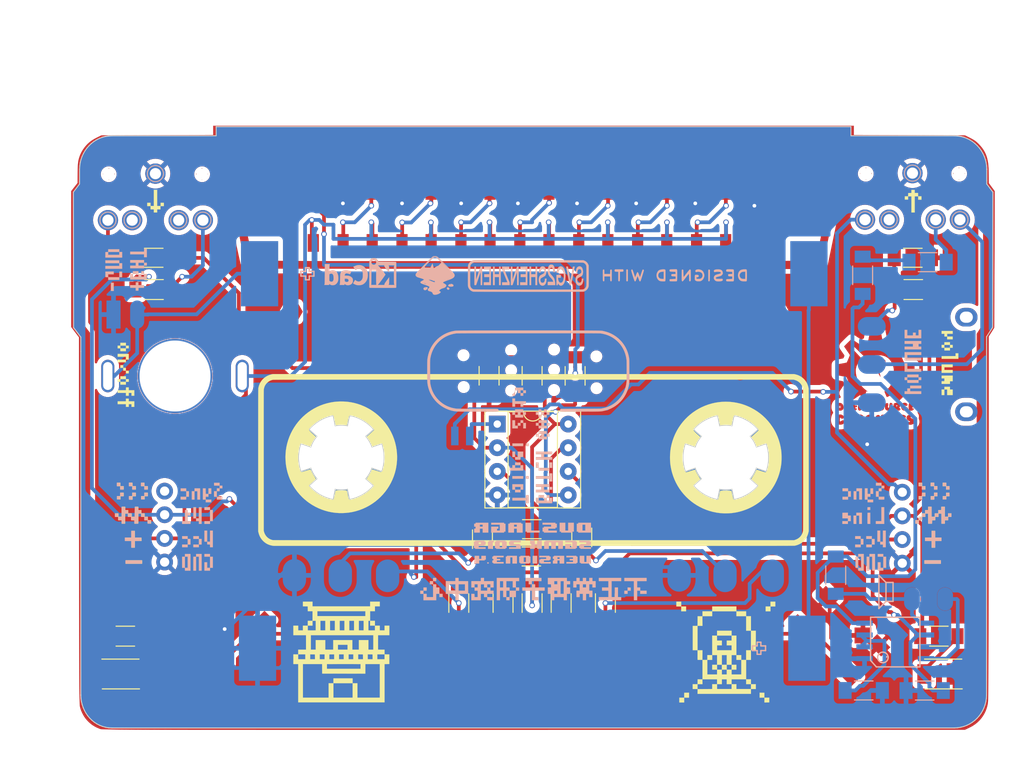
<source format=kicad_pcb>
(kicad_pcb (version 20221018) (generator pcbnew)
  (layers (0 "F.Cu" signal) (31 "B.Cu" signal) (34 "B.Paste" user) (35 "F.Paste" user) (36 "B.SilkS" user "B.Silkscreen") (37 "F.SilkS" user "F.Silkscreen") (38 "B.Mask" user) (39 "F.Mask" user) (44 "Edge.Cuts" user))
  (net 0 "")
  (net 1 "AudioProg")
  (net 2 "PB3")
  (net 3 "VCC")
  (net 4 "GND")
  (net 5 "CV_OUT")
  (net 6 "Net-(D-OUT1-Pad2)")
  (net 7 "CV_IN")
  (net 8 "Sync_OUT")
  (net 9 "Sound_OUT")
  (net 10 "+3V3")
  (net 11 "But-L")
  (net 12 "But-R")
  (net 13 "PB4/A2")
  (net 14 "PB2/A1")
  (net 15 "PB1")
  (net 16 "PB0")
  (net 17 "Net-(NEO1-Pad4)")
  (net 18 "Net-(C6-Pad1)")
  (net 19 "Net-(NEO1-Pad2)")
  (net 20 "Net-(Speaker1-Pad2)")
  (net 21 "Net-(NEO2-Pad4)")
  (net 22 "Net-(NEO3-Pad4)")
  (net 23 "Net-(NEO4-Pad4)")
  (net 24 "Net-(NEO5-Pad4)")
  (net 25 "Net-(NEO6-Pad4)")
  (net 26 "Net-(NEO7-Pad4)")
  (net 27 "Net-(C5-Pad1)")
  (net 28 "Net-(D-POW1-Pad1)")
  (net 29 "Net-(R14-Pad1)")
  (net 30 "Net-(R15-Pad1)")
  (net 31 "Net-(POT1-MAIN1-Pad2)")
  (net 32 "Net-(POT1-MAIN1-Pad1)")
  (net 33 "Net-(POT2-CV1-Pad2)")
  (net 34 "Net-(BT1-Pad2)")
  (net 35 "Net-(J6-Pad1)")
  (net 36 "Net-(Jack2-Pad2)")
  (net 37 "Net-(Jack1-Pad2)")
  (footprint "8Bit_Eurorack:C_1206_3d" (layer "F.Cu") (at 109.22 81.788)
    (fp_text reference "C1")
    (fp_text value "100nF")
  )
  (footprint "8Bit_Eurorack:C_1206_3d" (layer "F.Cu") (at 149.83 110.94 180)
    (fp_text reference "C2")
    (fp_text value "100nF")
  )
  (footprint "8Bit_Eurorack:C_1206_3d" (layer "F.Cu") (at 190.754 81.788)
    (fp_text reference "C3")
    (fp_text value "100nF")
  )
  (footprint "8Bit_Eurorack:C_1206_3d" (layer "F.Cu") (at 149.78 113.87 180)
    (fp_text reference "C4")
    (fp_text value "10uF")
  )
  (footprint "8Bit_Eurorack:LED_PLCC_2835_Handsoldering" (layer "F.Cu") (at 193.51 126.492 180)
    (fp_text reference "D-OUT1")
    (fp_text value "LED")
  )
  (footprint "8Bit_Eurorack:LED_PLCC_2835_Handsoldering" (layer "F.Cu") (at 106.196 126.492)
    (fp_text reference "D-POW1")
    (fp_text value "LED")
  )
  (footprint "8Bit_Eurorack:Mixtape_NEO_WS2812B_3d" (layer "F.Cu") (at 127.96 77.4 -90)
    (fp_text reference "NEO1")
    (fp_text value "SK6812")
  )
  (footprint "8Bit_Eurorack:Mixtape_NEO_WS2812B_3d" (layer "F.Cu") (at 134.287142 77.4 -90)
    (fp_text reference "NEO2")
    (fp_text value "SK6812")
  )
  (footprint "8Bit_Eurorack:Mixtape_NEO_WS2812B_3d" (layer "F.Cu") (at 140.614284 77.4 -90)
    (fp_text reference "NEO3")
    (fp_text value "SK6812")
  )
  (footprint "8Bit_Eurorack:Mixtape_NEO_WS2812B_3d" (layer "F.Cu") (at 146.941426 77.4 -90)
    (fp_text reference "NEO4")
    (fp_text value "SK6812")
  )
  (footprint "8Bit_Eurorack:Mixtape_NEO_WS2812B_3d" (layer "F.Cu") (at 153.268568 77.4 -90)
    (fp_text reference "NEO5")
    (fp_text value "SK6812")
  )
  (footprint "8Bit_Eurorack:Mixtape_NEO_WS2812B_3d" (layer "F.Cu") (at 159.59571 77.4 -90)
    (fp_text reference "NEO6")
    (fp_text value "SK6812")
  )
  (footprint "8Bit_Eurorack:Mixtape_NEO_WS2812B_3d" (layer "F.Cu") (at 165.922852 77.4 -90)
    (fp_text reference "NEO7")
    (fp_text value "SK6812")
  )
  (footprint "8Bit_Eurorack:Mixtape_NEO_WS2812B_3d" (layer "F.Cu") (at 172.249994 77.4 -90)
    (fp_text reference "NEO8")
    (fp_text value "SK6812")
  )
  (footprint "8Bitmixtape_reworked:Potentiometer_backPads_noHole" (layer "F.Cu") (at 175.66 113.156 90)
    (fp_text reference "POT1-MAIN1")
    (fp_text value "POT 10K lin")
  )
  (footprint "8Bitmixtape_reworked:Potentiometer_backPads_noHole" (layer "F.Cu") (at 134.34 113.156 90)
    (fp_text reference "POT2-CV1")
    (fp_text value "POT 10K lin")
  )
  (footprint "8Bit_Eurorack:R_1206_3d" (layer "F.Cu") (at 149.86 94.462 90)
    (fp_text reference "R1")
    (fp_text value "22k")
  )
  (footprint "8Bit_Eurorack:R_1206_3d" (layer "F.Cu") (at 145.24 94.462 -90)
    (fp_text reference "R2")
    (fp_text value "22k")
  )
  (footprint "8Bit_Eurorack:R_1206_3d" (layer "F.Cu") (at 146.74 118.872 -90)
    (fp_text reference "R3")
    (fp_text value "22k")
  )
  (footprint "8Bit_Eurorack:R_1206_3d" (layer "F.Cu") (at 152.98 118.872 -90)
    (fp_text reference "R4")
    (fp_text value "22k")
  )
  (footprint "8Bit_Eurorack:R_1206_3d" (layer "F.Cu") (at 149.86 118.872 -90)
    (fp_text reference "R5")
    (fp_text value "22k")
  )
  (footprint "8Bit_Eurorack:R_1206_3d" (layer "F.Cu") (at 144.526 112.014 -90)
    (fp_text reference "R6")
    (fp_text value "22K")
  )
  (footprint "8Bit_Eurorack:R_1206_3d" (layer "F.Cu") (at 155.194 111.822 -90)
    (fp_text reference "R7")
    (fp_text value "22K")
  )
  (footprint "8Bit_Eurorack:R_1206_3d" (layer "F.Cu") (at 190.802 85.2)
    (fp_text reference "R8")
    (fp_text value "330")
  )
  (footprint "8Bit_Eurorack:R_1206_3d" (layer "F.Cu") (at 154.48 94.472 -90)
    (fp_text reference "R9")
    (fp_text value "330")
  )
  (footprint "8Bit_Eurorack:R_1206_3d" (layer "F.Cu") (at 141.986 118.872 -90)
    (fp_text reference "R10")
    (fp_text value "4.7K")
  )
  (footprint "8Bit_Eurorack:R_1206_3d" (layer "F.Cu") (at 157.734 118.872 -90)
    (fp_text reference "R11")
    (fp_text value "4.7K")
  )
  (footprint "8Bit_Eurorack:R_1206_3d" (layer "F.Cu") (at 106.172 122.428)
    (fp_text reference "R12")
    (fp_text value "1K")
  )
  (footprint "8Bit_Eurorack:R_1206_3d" (layer "F.Cu") (at 193.548 122.428)
    (fp_text reference "R13")
    (fp_text value "1K")
  )
  (footprint "8Bitmixtape_reworked:Push_SWITCH_hole" (layer "F.Cu") (at 111.506 94.488 90)
    (fp_text reference "SW1")
    (fp_text value "SW_Push")
  )
  (footprint "8Bitmixtape_reworked:TACTILE-PTH_6mm_SMD_3d" (layer "F.Cu") (at 116.647359 121.96367 -135)
    (fp_text reference "SW2")
    (fp_text value "SW_Push")
  )
  (footprint "8Bitmixtape_reworked:TACTILE-PTH_6mm_SMD_3d" (layer "F.Cu") (at 182.88 122.350345 135)
    (fp_text reference "SW3")
    (fp_text value "SW_Push")
  )
  (footprint "8Bit_Eurorack:DIP-8_Attiny_with_Socket_3d" (layer "F.Cu") (at 146.12 99.65)
    (fp_text reference "U1")
    (fp_text value "ATTINY85-20SU")
  )
  (footprint "8BitMixtape3000-MutanMonkey:Speaker_Loch08" (layer "F.Cu") (at 152.22 91.65)
    (fp_text reference "")
    (fp_text value "")
  )
  (footprint "8BitMixtape3000-MutanMonkey:Speaker_Loch08" (layer "F.Cu") (at 156.76 92.38)
    (fp_text reference "")
    (fp_text value "")
  )
  (footprint "8BitMixtape3000-MutanMonkey:Speaker_Loch08" (layer "F.Cu") (at 156.78 95.8)
    (fp_text reference "")
    (fp_text value "")
  )
  (footprint "8BitMixtape3000-MutanMonkey:Speaker_Loch08" (layer "F.Cu") (at 152.22 95.99)
    (fp_text reference "")
    (fp_text value "")
  )
  (footprint "8BitMixtape3000-MutanMonkey:Speaker_Loch08" (layer "F.Cu") (at 152.22 93.83)
    (fp_text reference "")
    (fp_text value "")
  )
  (footprint "8Bitmixtape_reworked:MixtapeNEO-3000_digilog" (layer "F.Cu") (at 150 100)
    (fp_text reference "board1" hide)
    (fp_text value "SVG2SHENZHEN" hide)
    (fp_line (start -49.409649 -25.264204) (end -49.382309 -10.709517) (stroke (width 0.1)) (layer "Edge.Cuts"))
    (fp_line (start -49.382309 -10.709517) (end -48.610824 -9.693892) (stroke (width 0.1)) (layer "Edge.Cuts"))
    (fp_line (start -48.743632 -27.723188) (end -48.743632 -26.406782) (stroke (width 0.1)) (layer "Edge.Cuts"))
    (fp_line (start -48.743632 -26.406782) (end -48.743632 -26.141157) (stroke (width 0.1)) (layer "Edge.Cuts"))
    (fp_line (start -48.743632 -26.141157) (end -49.409649 -25.264204) (stroke (width 0.1)) (layer "Edge.Cuts"))
    (fp_line (start -48.725928 -28.082164) (end -48.743632 -27.723188) (stroke (width 0.1)) (layer "Edge.Cuts"))
    (fp_line (start -48.673908 -28.432707) (end -48.725928 -28.082164) (stroke (width 0.1)) (layer "Edge.Cuts"))
    (fp_line (start -48.610824 -9.693892) (end -48.610824 -8.158736) (stroke (width 0.1)) (layer "Edge.Cuts"))
    (fp_line (start -48.610824 -8.158736) (end -48.610824 28.754759) (stroke (width 0.1)) (layer "Edge.Cuts"))
    (fp_line (start -48.610824 28.754759) (end -48.610824 28.756759) (stroke (width 0.1)) (layer "Edge.Cuts"))
    (fp_line (start -48.610824 28.756759) (end -48.593145 29.107319) (stroke (width 0.1)) (layer "Edge.Cuts"))
    (fp_line (start -48.593145 29.107319) (end -48.543792 29.450062) (stroke (width 0.1)) (layer "Edge.Cuts"))
    (fp_line (start -48.58921 -28.772786) (end -48.673908 -28.432707) (stroke (width 0.1)) (layer "Edge.Cuts"))
    (fp_line (start -48.543792 29.450062) (end -48.464073 29.782946) (stroke (width 0.1)) (layer "Edge.Cuts"))
    (fp_line (start -48.47347 -29.100368) (end -48.58921 -28.772786) (stroke (width 0.1)) (layer "Edge.Cuts"))
    (fp_line (start -48.464073 29.782946) (end -48.355296 30.103929) (stroke (width 0.1)) (layer "Edge.Cuts"))
    (fp_line (start -48.355296 30.103929) (end -48.218767 30.410968) (stroke (width 0.1)) (layer "Edge.Cuts"))
    (fp_line (start -48.328326 -29.413422) (end -48.47347 -29.100368) (stroke (width 0.1)) (layer "Edge.Cuts"))
    (fp_line (start -48.218767 30.410968) (end -48.055794 30.702022) (stroke (width 0.1)) (layer "Edge.Cuts"))
    (fp_line (start -48.155414 -29.709915) (end -48.328326 -29.413422) (stroke (width 0.1)) (layer "Edge.Cuts"))
    (fp_line (start -48.055794 30.702022) (end -47.867684 30.975049) (stroke (width 0.1)) (layer "Edge.Cuts"))
    (fp_line (start -47.956372 -29.987816) (end -48.155414 -29.709915) (stroke (width 0.1)) (layer "Edge.Cuts"))
    (fp_line (start -47.867684 30.975049) (end -47.655744 31.228005) (stroke (width 0.1)) (layer "Edge.Cuts"))
    (fp_line (start -47.732836 -30.245091) (end -47.956372 -29.987816) (stroke (width 0.1)) (layer "Edge.Cuts"))
    (fp_line (start -47.655744 31.228005) (end -47.421283 31.45885) (stroke (width 0.1)) (layer "Edge.Cuts"))
    (fp_line (start -47.486445 -30.47971) (end -47.732836 -30.245091) (stroke (width 0.1)) (layer "Edge.Cuts"))
    (fp_line (start -47.421283 31.45885) (end -47.165608 31.665541) (stroke (width 0.1)) (layer "Edge.Cuts"))
    (fp_line (start -47.218835 -30.689639) (end -47.486445 -30.47971) (stroke (width 0.1)) (layer "Edge.Cuts"))
    (fp_line (start -47.165608 31.665541) (end -46.890025 31.846036) (stroke (width 0.1)) (layer "Edge.Cuts"))
    (fp_line (start -46.931643 -30.872846) (end -47.218835 -30.689639) (stroke (width 0.1)) (layer "Edge.Cuts"))
    (fp_line (start -46.890025 31.846036) (end -46.595842 31.998293) (stroke (width 0.1)) (layer "Edge.Cuts"))
    (fp_line (start -46.626506 -31.0273) (end -46.931643 -30.872846) (stroke (width 0.1)) (layer "Edge.Cuts"))
    (fp_line (start -46.595842 31.998293) (end -46.284367 32.12027) (stroke (width 0.1)) (layer "Edge.Cuts"))
    (fp_line (start -46.305062 -31.150969) (end -46.626506 -31.0273) (stroke (width 0.1)) (layer "Edge.Cuts"))
    (fp_line (start -46.284367 32.12027) (end -45.956907 32.20992) (stroke (width 0.1)) (layer "Edge.Cuts"))
    (fp_line (start -45.968948 -31.241819) (end -46.305062 -31.150969) (stroke (width 0.1)) (layer "Edge.Cuts"))
    (fp_line (start -45.956907 32.20992) (end -45.614769 32.26521) (stroke (width 0.1)) (layer "Edge.Cuts"))
    (fp_line (start -45.6198 -31.29782) (end -45.968948 -31.241819) (stroke (width 0.1)) (layer "Edge.Cuts"))
    (fp_line (start -45.614769 32.26521) (end -45.25926 32.28409) (stroke (width 0.1)) (layer "Edge.Cuts"))
    (fp_line (start -45.25926 32.28409) (end 45.201677 32.28409) (stroke (width 0.1)) (layer "Edge.Cuts"))
    (fp_line (start -45.259257 -31.316938) (end -45.6198 -31.29782) (stroke (width 0.1)) (layer "Edge.Cuts"))
    (fp_line (start -34.073192 -32.291547) (end -34.073192 -32.291547) (stroke (width 0.1)) (layer "Edge.Cuts"))
    (fp_line (start -34.073192 -32.291547) (end -34.073192 -31.316938) (stroke (width 0.1)) (layer "Edge.Cuts"))
    (fp_line (start -34.073192 -31.316938) (end -45.259257 -31.316938) (stroke (width 0.1)) (layer "Edge.Cuts"))
    (fp_line (start -25.22745 3.240599) (end -25.22645 3.333179) (stroke (width 0.1)) (layer "Edge.Cuts"))
    (fp_line (start -25.22645 3.148989) (end -25.22745 3.240599) (stroke (width 0.1)) (layer "Edge.Cuts"))
    (fp_line (start -25.22645 3.333179) (end -25.22345 3.425649) (stroke (width 0.1)) (layer "Edge.Cuts"))
    (fp_line (start -25.22345 3.057489) (end -25.22645 3.148989) (stroke (width 0.1)) (layer "Edge.Cuts"))
    (fp_line (start -25.22345 3.425649) (end -25.21845 3.517979) (stroke (width 0.1)) (layer "Edge.Cuts"))
    (fp_line (start -25.21845 2.966119) (end -25.22345 3.057489) (stroke (width 0.1)) (layer "Edge.Cuts"))
    (fp_line (start -25.21845 3.517979) (end -25.21145 3.610149) (stroke (width 0.1)) (layer "Edge.Cuts"))
    (fp_line (start -25.21145 2.874909) (end -25.21845 2.966119) (stroke (width 0.1)) (layer "Edge.Cuts"))
    (fp_line (start -25.21145 3.610149) (end -25.20245 3.702129) (stroke (width 0.1)) (layer "Edge.Cuts"))
    (fp_line (start -25.20345 2.783879) (end -25.21145 2.874909) (stroke (width 0.1)) (layer "Edge.Cuts"))
    (fp_line (start -25.20245 3.702129) (end -25.19185 3.793889) (stroke (width 0.1)) (layer "Edge.Cuts"))
    (fp_line (start -25.19325 2.693059) (end -25.20345 2.783879) (stroke (width 0.1)) (layer "Edge.Cuts"))
    (fp_line (start -25.19185 3.793889) (end -25.17945 3.885399) (stroke (width 0.1)) (layer "Edge.Cuts"))
    (fp_line (start -25.18125 2.602479) (end -25.19325 2.693059) (stroke (width 0.1)) (layer "Edge.Cuts"))
    (fp_line (start -25.17945 3.885399) (end -25.16525 3.976629) (stroke (width 0.1)) (layer "Edge.Cuts"))
    (fp_line (start -25.16745 2.512169) (end -25.18125 2.602479) (stroke (width 0.1)) (layer "Edge.Cuts"))
    (fp_line (start -25.16525 3.976629) (end -25.14915 4.067559) (stroke (width 0.1)) (layer "Edge.Cuts"))
    (fp_line (start -25.15185 2.422149) (end -25.16745 2.512169) (stroke (width 0.1)) (layer "Edge.Cuts"))
    (fp_line (start -25.14915 4.067559) (end -25.13125 4.158159) (stroke (width 0.1)) (layer "Edge.Cuts"))
    (fp_line (start -25.13445 2.332449) (end -25.15185 2.422149) (stroke (width 0.1)) (layer "Edge.Cuts"))
    (fp_line (start -25.13125 4.158159) (end -25.11155 4.248389) (stroke (width 0.1)) (layer "Edge.Cuts"))
    (fp_line (start -25.11525 2.243089) (end -25.13445 2.332449) (stroke (width 0.1)) (layer "Edge.Cuts"))
    (fp_line (start -25.11155 4.248389) (end -25.09005 4.338239) (stroke (width 0.1)) (layer "Edge.Cuts"))
    (fp_line (start -25.09425 2.154109) (end -25.11525 2.243089) (stroke (width 0.1)) (layer "Edge.Cuts"))
    (fp_line (start -25.09005 4.338239) (end -25.06675 4.427679) (stroke (width 0.1)) (layer "Edge.Cuts"))
    (fp_line (start -25.07155 2.065529) (end -25.09425 2.154109) (stroke (width 0.1)) (layer "Edge.Cuts"))
    (fp_line (start -25.06675 4.427679) (end -25.04165 4.516669) (stroke (width 0.1)) (layer "Edge.Cuts"))
    (fp_line (start -25.04705 1.977369) (end -25.07155 2.065529) (stroke (width 0.1)) (layer "Edge.Cuts"))
    (fp_line (start -25.04165 4.516669) (end -25.01475 4.605199) (stroke (width 0.1)) (layer "Edge.Cuts"))
    (fp_line (start -25.02075 1.889669) (end -25.04705 1.977369) (stroke (width 0.1)) (layer "Edge.Cuts"))
    (fp_line (start -25.01475 4.605199) (end -24.98605 4.693229) (stroke (width 0.1)) (layer "Edge.Cuts"))
    (fp_line (start -24.99275 1.802449) (end -25.02075 1.889669) (stroke (width 0.1)) (layer "Edge.Cuts"))
    (fp_line (start -24.98605 4.693229) (end -24.90745 4.713889) (stroke (width 0.1)) (layer "Edge.Cuts"))
    (fp_line (start -24.90745 1.779729) (end -24.99275 1.802449) (stroke (width 0.1)) (layer "Edge.Cuts"))
    (fp_line (start -24.90745 4.713889) (end -24.75139 4.660659) (stroke (width 0.1)) (layer "Edge.Cuts"))
    (fp_line (start -24.75139 4.660659) (end -24.59481 4.607949) (stroke (width 0.1)) (layer "Edge.Cuts"))
    (fp_line (start -24.74984 1.832949) (end -24.90745 1.779729) (stroke (width 0.1)) (layer "Edge.Cuts"))
    (fp_line (start -24.59481 4.607949) (end -24.43823 4.555239) (stroke (width 0.1)) (layer "Edge.Cuts"))
    (fp_line (start -24.59222 1.886179) (end -24.74984 1.832949) (stroke (width 0.1)) (layer "Edge.Cuts"))
    (fp_line (start -24.43823 4.555239) (end -24.28217 4.502529) (stroke (width 0.1)) (layer "Edge.Cuts"))
    (fp_line (start -24.43461 1.939409) (end -24.59222 1.886179) (stroke (width 0.1)) (layer "Edge.Cuts"))
    (fp_line (start -24.28217 4.502529) (end -24.12559 4.449819) (stroke (width 0.1)) (layer "Edge.Cuts"))
    (fp_line (start -24.277 1.992639) (end -24.43461 1.939409) (stroke (width 0.1)) (layer "Edge.Cuts"))
    (fp_line (start -24.12559 4.449819) (end -23.96953 4.396589) (stroke (width 0.1)) (layer "Edge.Cuts"))
    (fp_line (start -24.119389 2.045869) (end -24.277 1.992639) (stroke (width 0.1)) (layer "Edge.Cuts"))
    (fp_line (start -24.062029 0.188115) (end -24.037729 0.273895) (stroke (width 0.1)) (layer "Edge.Cuts"))
    (fp_line (start -24.0589 6.295696) (end -23.93312 6.431761) (stroke (width 0.1)) (layer "Edge.Cuts"))
    (fp_line (start -24.0382 6.220246) (end -24.0589 6.295696) (stroke (width 0.1)) (layer "Edge.Cuts"))
    (fp_line (start -24.037729 0.273895) (end -23.913189 0.383964) (stroke (width 0.1)) (layer "Edge.Cuts"))
    (fp_line (start -23.96953 4.396589) (end -23.90643 4.375399) (stroke (width 0.1)) (layer "Edge.Cuts"))
    (fp_line (start -23.961259 2.099099) (end -24.119389 2.045869) (stroke (width 0.1)) (layer "Edge.Cuts"))
    (fp_line (start -23.936309 0.05244) (end -24.062029 0.188115) (stroke (width 0.1)) (layer "Edge.Cuts"))
    (fp_line (start -23.93312 6.431761) (end -23.80235 6.562283) (stroke (width 0.1)) (layer "Edge.Cuts"))
    (fp_line (start -23.91469 6.111726) (end -24.0382 6.220246) (stroke (width 0.1)) (layer "Edge.Cuts"))
    (fp_line (start -23.913189 0.383964) (end -23.788139 0.49352) (stroke (width 0.1)) (layer "Edge.Cuts"))
    (fp_line (start -23.908059 2.117189) (end -23.961259 2.099099) (stroke (width 0.1)) (layer "Edge.Cuts"))
    (fp_line (start -23.90643 4.375399) (end -23.79119 4.667885) (stroke (width 0.1)) (layer "Edge.Cuts"))
    (fp_line (start -23.855859 1.964744) (end -23.908059 2.117189) (stroke (width 0.1)) (layer "Edge.Cuts"))
    (fp_line (start -23.805609 -0.07771) (end -23.936309 0.05244) (stroke (width 0.1)) (layer "Edge.Cuts"))
    (fp_line (start -23.80235 6.562283) (end -23.66678 6.687149) (stroke (width 0.1)) (layer "Edge.Cuts"))
    (fp_line (start -23.7917 6.003206) (end -23.91469 6.111726) (stroke (width 0.1)) (layer "Edge.Cuts"))
    (fp_line (start -23.79119 4.667885) (end -23.63357 4.976394) (stroke (width 0.1)) (layer "Edge.Cuts"))
    (fp_line (start -23.788139 0.49352) (end -23.663599 0.60359) (stroke (width 0.1)) (layer "Edge.Cuts"))
    (fp_line (start -23.712189 1.649002) (end -23.855859 1.964744) (stroke (width 0.1)) (layer "Edge.Cuts"))
    (fp_line (start -23.670129 -0.202221) (end -23.805609 -0.07771) (stroke (width 0.1)) (layer "Edge.Cuts"))
    (fp_line (start -23.6682 5.894683) (end -23.7917 6.003206) (stroke (width 0.1)) (layer "Edge.Cuts"))
    (fp_line (start -23.66678 6.687149) (end -23.52659 6.806259) (stroke (width 0.1)) (layer "Edge.Cuts"))
    (fp_line (start -23.663599 0.60359) (end -23.539059 0.713659) (stroke (width 0.1)) (layer "Edge.Cuts"))
    (fp_line (start -23.63357 4.976394) (end -23.50335 5.184651) (stroke (width 0.1)) (layer "Edge.Cuts"))
    (fp_line (start -23.54469 5.786165) (end -23.6682 5.894683) (stroke (width 0.1)) (layer "Edge.Cuts"))
    (fp_line (start -23.539059 0.713659) (end -23.413479 0.823215) (stroke (width 0.1)) (layer "Edge.Cuts"))
    (fp_line (start -23.537529 1.34876) (end -23.712189 1.649002) (stroke (width 0.1)) (layer "Edge.Cuts"))
    (fp_line (start -23.530059 -0.320983) (end -23.670129 -0.202221) (stroke (width 0.1)) (layer "Edge.Cuts"))
    (fp_line (start -23.52659 6.806259) (end -23.38198 6.919492) (stroke (width 0.1)) (layer "Edge.Cuts"))
    (fp_line (start -23.50335 5.184651) (end -23.29458 5.462152) (stroke (width 0.1)) (layer "Edge.Cuts"))
    (fp_line (start -23.42118 5.677642) (end -23.54469 5.786165) (stroke (width 0.1)) (layer "Edge.Cuts"))
    (fp_line (start -23.413479 0.823215) (end -23.288939 0.932771) (stroke (width 0.1)) (layer "Edge.Cuts"))
    (fp_line (start -23.385589 -0.433888) (end -23.530059 -0.320983) (stroke (width 0.1)) (layer "Edge.Cuts"))
    (fp_line (start -23.38198 6.919492) (end -23.23314 7.026739) (stroke (width 0.1)) (layer "Edge.Cuts"))
    (fp_line (start -23.334439 1.067641) (end -23.537529 1.34876) (stroke (width 0.1)) (layer "Edge.Cuts"))
    (fp_line (start -23.29768 5.569122) (end -23.42118 5.677642) (stroke (width 0.1)) (layer "Edge.Cuts"))
    (fp_line (start -23.29458 5.462152) (end -23.24138 5.520032) (stroke (width 0.1)) (layer "Edge.Cuts"))
    (fp_line (start -23.288939 0.932771) (end -23.248639 0.968421) (stroke (width 0.1)) (layer "Edge.Cuts"))
    (fp_line (start -23.248639 0.968421) (end -23.334439 1.067641) (stroke (width 0.1)) (layer "Edge.Cuts"))
    (fp_line (start -23.24138 5.520032) (end -23.29768 5.569122) (stroke (width 0.1)) (layer "Edge.Cuts"))
    (fp_line (start -23.236909 -0.540828) (end -23.385589 -0.433888) (stroke (width 0.1)) (layer "Edge.Cuts"))
    (fp_line (start -23.23314 7.026739) (end -23.08026 7.127893) (stroke (width 0.1)) (layer "Edge.Cuts"))
    (fp_line (start -23.084209 -0.641686) (end -23.236909 -0.540828) (stroke (width 0.1)) (layer "Edge.Cuts"))
    (fp_line (start -23.08026 7.127893) (end -22.92353 7.222843) (stroke (width 0.1)) (layer "Edge.Cuts"))
    (fp_line (start -22.927679 -0.736356) (end -23.084209 -0.641686) (stroke (width 0.1)) (layer "Edge.Cuts"))
    (fp_line (start -22.92353 7.222843) (end -22.76315 7.311473) (stroke (width 0.1)) (layer "Edge.Cuts"))
    (fp_line (start -22.76751 -0.824726) (end -22.927679 -0.736356) (stroke (width 0.1)) (layer "Edge.Cuts"))
    (fp_line (start -22.76315 7.311473) (end -22.5993 7.393673) (stroke (width 0.1)) (layer "Edge.Cuts"))
    (fp_line (start -22.603889 -0.906696) (end -22.76751 -0.824726) (stroke (width 0.1)) (layer "Edge.Cuts"))
    (fp_line (start -22.5993 7.393673) (end -22.43218 7.469343) (stroke (width 0.1)) (layer "Edge.Cuts"))
    (fp_line (start -22.43701 -0.982146) (end -22.603889 -0.906696) (stroke (width 0.1)) (layer "Edge.Cuts"))
    (fp_line (start -22.43218 7.469343) (end -22.261981 7.538363) (stroke (width 0.1)) (layer "Edge.Cuts"))
    (fp_line (start -22.26706 -1.050966) (end -22.43701 -0.982146) (stroke (width 0.1)) (layer "Edge.Cuts"))
    (fp_line (start -22.261981 7.538363) (end -22.088881 7.600623) (stroke (width 0.1)) (layer "Edge.Cuts"))
    (fp_line (start -22.09424 -1.113056) (end -22.26706 -1.050966) (stroke (width 0.1)) (layer "Edge.Cuts"))
    (fp_line (start -22.088881 7.600623) (end -21.913081 7.656013) (stroke (width 0.1)) (layer "Edge.Cuts"))
    (fp_line (start -21.91871 -1.168296) (end -22.09424 -1.113056) (stroke (width 0.1)) (layer "Edge.Cuts"))
    (fp_line (start -21.913081 7.656013) (end -21.73477 7.704423) (stroke (width 0.1)) (layer "Edge.Cuts"))
    (fp_line (start -21.7407 -1.216576) (end -21.91871 -1.168296) (stroke (width 0.1)) (layer "Edge.Cuts"))
    (fp_line (start -21.73477 7.704423) (end -21.55414 7.745743) (stroke (width 0.1)) (layer "Edge.Cuts"))
    (fp_line (start -21.56037 -1.257796) (end -21.7407 -1.216576) (stroke (width 0.1)) (layer "Edge.Cuts"))
    (fp_line (start -21.55414 7.745743) (end -21.49734 7.687863) (stroke (width 0.1)) (layer "Edge.Cuts"))
    (fp_line (start -21.49734 7.687863) (end -21.46474 7.526633) (stroke (width 0.1)) (layer "Edge.Cuts"))
    (fp_line (start -21.49627 -1.193716) (end -21.56037 -1.257796) (stroke (width 0.1)) (layer "Edge.Cuts"))
    (fp_line (start -21.46474 7.526633) (end -21.43274 7.364886) (stroke (width 0.1)) (layer "Edge.Cuts"))
    (fp_line (start -21.46367 -1.031455) (end -21.49627 -1.193716) (stroke (width 0.1)) (layer "Edge.Cuts"))
    (fp_line (start -21.43274 7.364886) (end -21.40014 7.203658) (stroke (width 0.1)) (layer "Edge.Cuts"))
    (fp_line (start -21.43167 -0.869189) (end -21.46367 -1.031455) (stroke (width 0.1)) (layer "Edge.Cuts"))
    (fp_line (start -21.40014 7.203658) (end -21.36754 7.042421) (stroke (width 0.1)) (layer "Edge.Cuts"))
    (fp_line (start -21.39907 -0.706925) (end -21.43167 -0.869189) (stroke (width 0.1)) (layer "Edge.Cuts"))
    (fp_line (start -21.36754 7.042421) (end -21.33554 6.881193) (stroke (width 0.1)) (layer "Edge.Cuts"))
    (fp_line (start -21.36647 -0.545178) (end -21.39907 -0.706925) (stroke (width 0.1)) (layer "Edge.Cuts"))
    (fp_line (start -21.33554 6.881193) (end -21.30354 6.720479) (stroke (width 0.1)) (layer "Edge.Cuts"))
    (fp_line (start -21.33387 -0.382914) (end -21.36647 -0.545178) (stroke (width 0.1)) (layer "Edge.Cuts"))
    (fp_line (start -21.30354 6.720479) (end -21.28854 6.647099) (stroke (width 0.1)) (layer "Edge.Cuts"))
    (fp_line (start -21.30127 -0.221167) (end -21.33387 -0.382914) (stroke (width 0.1)) (layer "Edge.Cuts"))
    (fp_line (start -21.28877 -0.163237) (end -21.30127 -0.221167) (stroke (width 0.1)) (layer "Edge.Cuts"))
    (fp_line (start -21.28854 6.647099) (end -21.23634 6.657939) (stroke (width 0.1)) (layer "Edge.Cuts"))
    (fp_line (start -21.23634 6.657939) (end -20.891661 6.701859) (stroke (width 0.1)) (layer "Edge.Cuts"))
    (fp_line (start -21.05468 -0.204067) (end -21.28877 -0.163237) (stroke (width 0.1)) (layer "Edge.Cuts"))
    (fp_line (start -20.891661 6.701859) (end -20.545431 6.710659) (stroke (width 0.1)) (layer "Edge.Cuts"))
    (fp_line (start -20.70897 -0.229387) (end -21.05468 -0.204067) (stroke (width 0.1)) (layer "Edge.Cuts"))
    (fp_line (start -20.545431 6.710659) (end -20.19868 6.685879) (stroke (width 0.1)) (layer "Edge.Cuts"))
    (fp_line (start -20.3617 -0.220587) (end -20.70897 -0.229387) (stroke (width 0.1)) (layer "Edge.Cuts"))
    (fp_line (start -20.19868 6.685879) (end -19.965631 6.645569) (stroke (width 0.1)) (layer "Edge.Cuts"))
    (fp_line (start -20.018059 -0.176667) (end -20.3617 -0.220587) (stroke (width 0.1)) (layer "Edge.Cuts"))
    (fp_line (start -19.965631 6.645569) (end -19.951731 6.714819) (stroke (width 0.1)) (layer "Edge.Cuts"))
    (fp_line (start -19.963759 -0.165297) (end -20.018059 -0.176667) (stroke (width 0.1)) (layer "Edge.Cuts"))
    (fp_line (start -19.951731 6.714819) (end -19.919731 6.876567) (stroke (width 0.1)) (layer "Edge.Cuts"))
    (fp_line (start -19.951359 -0.226277) (end -19.963759 -0.165297) (stroke (width 0.1)) (layer "Edge.Cuts"))
    (fp_line (start -19.919859 -0.386991) (end -19.951359 -0.226277) (stroke (width 0.1)) (layer "Edge.Cuts"))
    (fp_line (start -19.919731 6.876567) (end -19.887131 7.03935) (stroke (width 0.1)) (layer "Edge.Cuts"))
    (fp_line (start -19.887259 -0.548222) (end -19.919859 -0.386991) (stroke (width 0.1)) (layer "Edge.Cuts"))
    (fp_line (start -19.887131 7.03935) (end -19.854531 7.201094) (stroke (width 0.1)) (layer "Edge.Cuts"))
    (fp_line (start -19.855259 -0.709456) (end -19.887259 -0.548222) (stroke (width 0.1)) (layer "Edge.Cuts"))
    (fp_line (start -19.854531 7.201094) (end -19.821931 7.362841) (stroke (width 0.1)) (layer "Edge.Cuts"))
    (fp_line (start -19.822659 -0.870686) (end -19.855259 -0.709456) (stroke (width 0.1)) (layer "Edge.Cuts"))
    (fp_line (start -19.821931 7.362841) (end -19.789331 7.525105) (stroke (width 0.1)) (layer "Edge.Cuts"))
    (fp_line (start -19.790063 -1.031909) (end -19.790063 -1.031909) (stroke (width 0.1)) (layer "Edge.Cuts"))
    (fp_line (start -19.790063 -1.031909) (end -19.790059 -1.031914) (stroke (width 0.1)) (layer "Edge.Cuts"))
    (fp_line (start -19.790059 -1.031914) (end -19.822659 -0.870686) (stroke (width 0.1)) (layer "Edge.Cuts"))
    (fp_line (start -19.789331 7.525105) (end -19.757331 7.686852) (stroke (width 0.1)) (layer "Edge.Cuts"))
    (fp_line (start -19.757331 7.686852) (end -19.703031 7.742142) (stroke (width 0.1)) (layer "Edge.Cuts"))
    (fp_line (start -19.749593 -1.1375) (end -19.790063 -1.031909) (stroke (width 0.1)) (layer "Edge.Cuts"))
    (fp_line (start -19.710993 -1.21079) (end -19.749593 -1.1375) (stroke (width 0.1)) (layer "Edge.Cuts"))
    (fp_line (start -19.703031 7.742142) (end -19.52233 7.701152) (stroke (width 0.1)) (layer "Edge.Cuts"))
    (fp_line (start -19.684223 -1.23274) (end -19.710993 -1.21079) (stroke (width 0.1)) (layer "Edge.Cuts"))
    (fp_line (start -19.648113 -1.24351) (end -19.684223 -1.23274) (stroke (width 0.1)) (layer "Edge.Cuts"))
    (fp_line (start -19.534814 -1.22736) (end -19.648113 -1.24351) (stroke (width 0.1)) (layer "Edge.Cuts"))
    (fp_line (start -19.52233 7.701152) (end -19.34394 7.653072) (stroke (width 0.1)) (layer "Edge.Cuts"))
    (fp_line (start -19.353273 -1.17867) (end -19.534814 -1.22736) (stroke (width 0.1)) (layer "Edge.Cuts"))
    (fp_line (start -19.34394 7.653072) (end -19.16805 7.598012) (stroke (width 0.1)) (layer "Edge.Cuts"))
    (fp_line (start -19.174334 -1.12275) (end -19.353273 -1.17867) (stroke (width 0.1)) (layer "Edge.Cuts"))
    (fp_line (start -19.16805 7.598012) (end -18.99484 7.536072) (stroke (width 0.1)) (layer "Edge.Cuts"))
    (fp_line (start -18.998174 -1.05972) (end -19.174334 -1.12275) (stroke (width 0.1)) (layer "Edge.Cuts"))
    (fp_line (start -18.99484 7.536072) (end -18.82451 7.467372) (stroke (width 0.1)) (layer "Edge.Cuts"))
    (fp_line (start -18.825003 -0.9897) (end -18.998174 -1.05972) (stroke (width 0.1)) (layer "Edge.Cuts"))
    (fp_line (start -18.82451 7.467372) (end -18.65726 7.392012) (stroke (width 0.1)) (layer "Edge.Cuts"))
    (fp_line (start -18.65726 7.392012) (end -18.49327 7.310112) (stroke (width 0.1)) (layer "Edge.Cuts"))
    (fp_line (start -18.655023 -0.9128) (end -18.825003 -0.9897) (stroke (width 0.1)) (layer "Edge.Cuts"))
    (fp_line (start -18.49327 7.310112) (end -18.33273 7.221772) (stroke (width 0.1)) (layer "Edge.Cuts"))
    (fp_line (start -18.488424 -0.82914) (end -18.655023 -0.9128) (stroke (width 0.1)) (layer "Edge.Cuts"))
    (fp_line (start -18.33273 7.221772) (end -18.17583 7.127122) (stroke (width 0.1)) (layer "Edge.Cuts"))
    (fp_line (start -18.325414 -0.73884) (end -18.488424 -0.82914) (stroke (width 0.1)) (layer "Edge.Cuts"))
    (fp_line (start -18.17583 7.127122) (end -18.02277 7.026253) (stroke (width 0.1)) (layer "Edge.Cuts"))
    (fp_line (start -18.166194 -0.64201) (end -18.325414 -0.73884) (stroke (width 0.1)) (layer "Edge.Cuts"))
    (fp_line (start -18.02277 7.026253) (end -17.87374 6.91928) (stroke (width 0.1)) (layer "Edge.Cuts"))
    (fp_line (start -18.012229 5.520061) (end -17.919729 5.413608) (stroke (width 0.1)) (layer "Edge.Cuts"))
    (fp_line (start -18.010973 -0.538773) (end -18.166194 -0.64201) (stroke (width 0.1)) (layer "Edge.Cuts"))
    (fp_line (start -18.006223 0.968373) (end -17.957623 0.925483) (stroke (width 0.1)) (layer "Edge.Cuts"))
    (fp_line (start -17.966229 5.560881) (end -18.012229 5.520061) (stroke (width 0.1)) (layer "Edge.Cuts"))
    (fp_line (start -17.959223 1.019533) (end -18.006223 0.968373) (stroke (width 0.1)) (layer "Edge.Cuts"))
    (fp_line (start -17.957623 0.925483) (end -17.834122 0.816966) (stroke (width 0.1)) (layer "Edge.Cuts"))
    (fp_line (start -17.919729 5.413608) (end -17.716639 5.132489) (stroke (width 0.1)) (layer "Edge.Cuts"))
    (fp_line (start -17.87374 6.91928) (end -17.72893 6.80632) (stroke (width 0.1)) (layer "Edge.Cuts"))
    (fp_line (start -17.859943 -0.42924) (end -18.010973 -0.538773) (stroke (width 0.1)) (layer "Edge.Cuts"))
    (fp_line (start -17.841689 5.670954) (end -17.966229 5.560881) (stroke (width 0.1)) (layer "Edge.Cuts"))
    (fp_line (start -17.834122 0.816966) (end -17.710622 0.70793) (stroke (width 0.1)) (layer "Edge.Cuts"))
    (fp_line (start -17.750972 1.29652) (end -17.959223 1.019533) (stroke (width 0.1)) (layer "Edge.Cuts"))
    (fp_line (start -17.72893 6.80632) (end -17.58852 6.68748) (stroke (width 0.1)) (layer "Edge.Cuts"))
    (fp_line (start -17.716639 5.132489) (end -17.542489 4.832765) (stroke (width 0.1)) (layer "Edge.Cuts"))
    (fp_line (start -17.716119 5.780507) (end -17.841689 5.670954) (stroke (width 0.1)) (layer "Edge.Cuts"))
    (fp_line (start -17.713303 -0.313531) (end -17.859943 -0.42924) (stroke (width 0.1)) (layer "Edge.Cuts"))
    (fp_line (start -17.710622 0.70793) (end -17.587112 0.599927) (stroke (width 0.1)) (layer "Edge.Cuts"))
    (fp_line (start -17.620752 1.504774) (end -17.750972 1.29652) (stroke (width 0.1)) (layer "Edge.Cuts"))
    (fp_line (start -17.591059 5.890579) (end -17.716119 5.780507) (stroke (width 0.1)) (layer "Edge.Cuts"))
    (fp_line (start -17.58852 6.68748) (end -17.45272 6.562861) (stroke (width 0.1)) (layer "Edge.Cuts"))
    (fp_line (start -17.587112 0.599927) (end -17.463602 0.491407) (stroke (width 0.1)) (layer "Edge.Cuts"))
    (fp_line (start -17.571254 -0.191761) (end -17.713303 -0.313531) (stroke (width 0.1)) (layer "Edge.Cuts"))
    (fp_line (start -17.542489 4.832765) (end -17.398829 4.516504) (stroke (width 0.1)) (layer "Edge.Cuts"))
    (fp_line (start -17.46652 6.000648) (end -17.591059 5.890579) (stroke (width 0.1)) (layer "Edge.Cuts"))
    (fp_line (start -17.463602 0.491407) (end -17.340612 0.382887) (stroke (width 0.1)) (layer "Edge.Cuts"))
    (fp_line (start -17.462102 1.813799) (end -17.620752 1.504774) (stroke (width 0.1)) (layer "Edge.Cuts"))
    (fp_line (start -17.45272 6.562861) (end -17.32172 6.432585) (stroke (width 0.1)) (layer "Edge.Cuts"))
    (fp_line (start -17.434013 -0.06405) (end -17.571254 -0.191761) (stroke (width 0.1)) (layer "Edge.Cuts"))
    (fp_line (start -17.398829 4.516504) (end -17.350229 4.37491) (stroke (width 0.1)) (layer "Edge.Cuts"))
    (fp_line (start -17.350229 4.37491) (end -17.293429 4.39404) (stroke (width 0.1)) (layer "Edge.Cuts"))
    (fp_line (start -17.343759 2.1161) (end -17.462102 1.813799) (stroke (width 0.1)) (layer "Edge.Cuts"))
    (fp_line (start -17.34147 6.110721) (end -17.46652 6.000648) (stroke (width 0.1)) (layer "Edge.Cuts"))
    (fp_line (start -17.340612 0.382887) (end -17.217113 0.274367) (stroke (width 0.1)) (layer "Edge.Cuts"))
    (fp_line (start -17.32172 6.432585) (end -17.19569 6.296757) (stroke (width 0.1)) (layer "Edge.Cuts"))
    (fp_line (start -17.301753 0.069488) (end -17.434013 -0.06405) (stroke (width 0.1)) (layer "Edge.Cuts"))
    (fp_line (start -17.293429 4.39404) (end -17.135299 4.44727) (stroke (width 0.1)) (layer "Edge.Cuts"))
    (fp_line (start -17.285359 2.09646) (end -17.343759 2.1161) (stroke (width 0.1)) (layer "Edge.Cuts"))
    (fp_line (start -17.217113 0.274367) (end -17.174713 0.208737) (stroke (width 0.1)) (layer "Edge.Cuts"))
    (fp_line (start -17.21589 6.219757) (end -17.34147 6.110721) (stroke (width 0.1)) (layer "Edge.Cuts"))
    (fp_line (start -17.19569 6.296757) (end -17.21589 6.219757) (stroke (width 0.1)) (layer "Edge.Cuts"))
    (fp_line (start -17.174713 0.208737) (end -17.301753 0.069488) (stroke (width 0.1)) (layer "Edge.Cuts"))
    (fp_line (start -17.135299 4.44727) (end -16.977689 4.50101) (stroke (width 0.1)) (layer "Edge.Cuts"))
    (fp_line (start -17.128779 2.04376) (end -17.285359 2.09646) (stroke (width 0.1)) (layer "Edge.Cuts"))
    (fp_line (start -16.977689 4.50101) (end -16.820069 4.55372) (stroke (width 0.1)) (layer "Edge.Cuts"))
    (fp_line (start -16.972719 1.99105) (end -17.128779 2.04376) (stroke (width 0.1)) (layer "Edge.Cuts"))
    (fp_line (start -16.820069 4.55372) (end -16.662469 4.60747) (stroke (width 0.1)) (layer "Edge.Cuts"))
    (fp_line (start -16.816139 1.93782) (end -16.972719 1.99105) (stroke (width 0.1)) (layer "Edge.Cuts"))
    (fp_line (start -16.662469 4.60747) (end -16.504339 4.66069) (stroke (width 0.1)) (layer "Edge.Cuts"))
    (fp_line (start -16.660079 1.88511) (end -16.816139 1.93782) (stroke (width 0.1)) (layer "Edge.Cuts"))
    (fp_line (start -16.504339 4.66069) (end -16.346719 4.71392) (stroke (width 0.1)) (layer "Edge.Cuts"))
    (fp_line (start -16.503499 1.8324) (end -16.660079 1.88511) (stroke (width 0.1)) (layer "Edge.Cuts"))
    (fp_line (start -16.346919 1.77918) (end -16.503499 1.8324) (stroke (width 0.1)) (layer "Edge.Cuts"))
    (fp_line (start -16.346719 4.71392) (end -16.266619 4.69326) (stroke (width 0.1)) (layer "Edge.Cuts"))
    (fp_line (start -16.266619 4.69326) (end -16.238019 4.60521) (stroke (width 0.1)) (layer "Edge.Cuts"))
    (fp_line (start -16.264219 1.80142) (end -16.346919 1.77918) (stroke (width 0.1)) (layer "Edge.Cuts"))
    (fp_line (start -16.238019 4.60521) (end -16.211219 4.51667) (stroke (width 0.1)) (layer "Edge.Cuts"))
    (fp_line (start -16.236019 1.88868) (end -16.264219 1.80142) (stroke (width 0.1)) (layer "Edge.Cuts"))
    (fp_line (start -16.211219 4.51667) (end -16.186219 4.42766) (stroke (width 0.1)) (layer "Edge.Cuts"))
    (fp_line (start -16.209619 1.97643) (end -16.236019 1.88868) (stroke (width 0.1)) (layer "Edge.Cuts"))
    (fp_line (start -16.186219 4.42766) (end -16.163019 4.33821) (stroke (width 0.1)) (layer "Edge.Cuts"))
    (fp_line (start -16.184919 2.06463) (end -16.209619 1.97643) (stroke (width 0.1)) (layer "Edge.Cuts"))
    (fp_line (start -16.163019 4.33821) (end -16.141619 4.24835) (stroke (width 0.1)) (layer "Edge.Cuts"))
    (fp_line (start -16.162019 2.15326) (end -16.184919 2.06463) (stroke (width 0.1)) (layer "Edge.Cuts"))
    (fp_line (start -16.141619 4.24835) (end -16.122019 4.1581) (stroke (width 0.1)) (layer "Edge.Cuts"))
    (fp_line (start -16.140919 2.2423) (end -16.162019 2.15326) (stroke (width 0.1)) (layer "Edge.Cuts"))
    (fp_line (start -16.122019 4.1581) (end -16.104319 4.0675) (stroke (width 0.1)) (layer "Edge.Cuts"))
    (fp_line (start -16.121619 2.33171) (end -16.140919 2.2423) (stroke (width 0.1)) (layer "Edge.Cuts"))
    (fp_line (start -16.104319 4.0675) (end -16.088419 3.97657) (stroke (width 0.1)) (layer "Edge.Cuts"))
    (fp_line (start -16.104119 2.42147) (end -16.121619 2.33171) (stroke (width 0.1)) (layer "Edge.Cuts"))
    (fp_line (start -16.088419 3.97657) (end -16.074319 3.88534) (stroke (width 0.1)) (layer "Edge.Cuts"))
    (fp_line (start -16.088319 2.51156) (end -16.104119 2.42147) (stroke (width 0.1)) (layer "Edge.Cuts"))
    (fp_line (start -16.074319 2.60194) (end -16.088319 2.51156) (stroke (width 0.1)) (layer "Edge.Cuts"))
    (fp_line (start -16.074319 3.88534) (end -16.062119 3.79384) (stroke (width 0.1)) (layer "Edge.Cuts"))
    (fp_line (start -16.062119 2.69259) (end -16.074319 2.60194) (stroke (width 0.1)) (layer "Edge.Cuts"))
    (fp_line (start -16.062119 3.79384) (end -16.051719 3.70209) (stroke (width 0.1)) (layer "Edge.Cuts"))
    (fp_line (start -16.051719 2.78348) (end -16.062119 2.69259) (stroke (width 0.1)) (layer "Edge.Cuts"))
    (fp_line (start -16.051719 3.70209) (end -16.042719 3.61012) (stroke (width 0.1)) (layer "Edge.Cuts"))
    (fp_line (start -16.042719 2.87458) (end -16.051719 2.78348) (stroke (width 0.1)) (layer "Edge.Cuts"))
    (fp_line (start -16.042719 3.61012) (end -16.035719 3.51796) (stroke (width 0.1)) (layer "Edge.Cuts"))
    (fp_line (start -16.035719 2.96588) (end -16.042719 2.87458) (stroke (width 0.1)) (layer "Edge.Cuts"))
    (fp_line (start -16.035719 3.51796) (end -16.030719 3.42564) (stroke (width 0.1)) (layer "Edge.Cuts"))
    (fp_line (start -16.030719 3.05733) (end -16.035719 2.96588) (stroke (width 0.1)) (layer "Edge.Cuts"))
    (fp_line (start -16.030719 3.42564) (end -16.027719 3.33318) (stroke (width 0.1)) (layer "Edge.Cuts"))
    (fp_line (start -16.027719 3.14892) (end -16.030719 3.05733) (stroke (width 0.1)) (layer "Edge.Cuts"))
    (fp_line (start -16.027719 3.33318) (end -16.026719 3.24062) (stroke (width 0.1)) (layer "Edge.Cuts"))
    (fp_line (start -16.026719 3.24062) (end -16.027719 3.14892) (stroke (width 0.1)) (layer "Edge.Cuts"))
    (fp_line (start 16.064086 3.240599) (end 16.065086 3.333179) (stroke (width 0.1)) (layer "Edge.Cuts"))
    (fp_line (start 16.065086 3.148989) (end 16.064086 3.240599) (stroke (width 0.1)) (layer "Edge.Cuts"))
    (fp_line (start 16.065086 3.333179) (end 16.068086 3.425649) (stroke (width 0.1)) (layer "Edge.Cuts"))
    (fp_line (start 16.068086 3.057489) (end 16.065086 3.148989) (stroke (width 0.1)) (layer "Edge.Cuts"))
    (fp_line (start 16.068086 3.425649) (end 16.073086 3.517979) (stroke (width 0.1)) (layer "Edge.Cuts"))
    (fp_line (start 16.073086 2.966119) (end 16.068086 3.057489) (stroke (width 0.1)) (layer "Edge.Cuts"))
    (fp_line (start 16.073086 3.517979) (end 16.080086 3.610149) (stroke (width 0.1)) (layer "Edge.Cuts"))
    (fp_line (start 16.080086 2.874909) (end 16.073086 2.966119) (stroke (width 0.1)) (layer "Edge.Cuts"))
    (fp_line (start 16.080086 3.610149) (end 16.089086 3.702129) (stroke (width 0.1)) (layer "Edge.Cuts"))
    (fp_line (start 16.088086 2.783879) (end 16.080086 2.874909) (stroke (width 0.1)) (layer "Edge.Cuts"))
    (fp_line (start 16.089086 3.702129) (end 16.099686 3.793889) (stroke (width 0.1)) (layer "Edge.Cuts"))
    (fp_line (start 16.098286 2.693059) (end 16.088086 2.783879) (stroke (width 0.1)) (layer "Edge.Cuts"))
    (fp_line (start 16.099686 3.793889) (end 16.112086 3.885399) (stroke (width 0.1)) (layer "Edge.Cuts"))
    (fp_line (start 16.110286 2.602479) (end 16.098286 2.693059) (stroke (width 0.1)) (layer "Edge.Cuts"))
    (fp_line (start 16.112086 3.885399) (end 16.126286 3.976629) (stroke (width 0.1)) (layer "Edge.Cuts"))
    (fp_line (start 16.124086 2.512169) (end 16.110286 2.602479) (stroke (width 0.1)) (layer "Edge.Cuts"))
    (fp_line (start 16.126286 3.976629) (end 16.142386 4.067559) (stroke (width 0.1)) (layer "Edge.Cuts"))
    (fp_line (start 16.139686 2.422149) (end 16.124086 2.512169) (stroke (width 0.1)) (layer "Edge.Cuts"))
    (fp_line (start 16.142386 4.067559) (end 16.160286 4.158159) (stroke (width 0.1)) (layer "Edge.Cuts"))
    (fp_line (start 16.157086 2.332449) (end 16.139686 2.422149) (stroke (width 0.1)) (layer "Edge.Cuts"))
    (fp_line (start 16.160286 4.158159) (end 16.179986 4.248389) (stroke (width 0.1)) (layer "Edge.Cuts"))
    (fp_line (start 16.176286 2.243089) (end 16.157086 2.332449) (stroke (width 0.1)) (layer "Edge.Cuts"))
    (fp_line (start 16.179986 4.248389) (end 16.201486 4.338239) (stroke (width 0.1)) (layer "Edge.Cuts"))
    (fp_line (start 16.197286 2.154109) (end 16.176286 2.243089) (stroke (width 0.1)) (layer "Edge.Cuts"))
    (fp_line (start 16.201486 4.338239) (end 16.224786 4.427679) (stroke (width 0.1)) (layer "Edge.Cuts"))
    (fp_line (start 16.219986 2.065529) (end 16.197286 2.154109) (stroke (width 0.1)) (layer "Edge.Cuts"))
    (fp_line (start 16.224786 4.427679) (end 16.249886 4.516669) (stroke (width 0.1)) (layer "Edge.Cuts"))
    (fp_line (start 16.244486 1.977369) (end 16.219986 2.065529) (stroke (width 0.1)) (layer "Edge.Cuts"))
    (fp_line (start 16.249886 4.516669) (end 16.276786 4.605199) (stroke (width 0.1)) (layer "Edge.Cuts"))
    (fp_line (start 16.270786 1.889669) (end 16.244486 1.977369) (stroke (width 0.1)) (layer "Edge.Cuts"))
    (fp_line (start 16.276786 4.605199) (end 16.305486 4.693229) (stroke (width 0.1)) (layer "Edge.Cuts"))
    (fp_line (start 16.298786 1.802449) (end 16.270786 1.889669) (stroke (width 0.1)) (layer "Edge.Cuts"))
    (fp_line (start 16.305486 4.693229) (end 16.384086 4.713889) (stroke (width 0.1)) (layer "Edge.Cuts"))
    (fp_line (start 16.384086 1.779729) (end 16.298786 1.802449) (stroke (width 0.1)) (layer "Edge.Cuts"))
    (fp_line (start 16.384086 4.713889) (end 16.540146 4.660659) (stroke (width 0.1)) (layer "Edge.Cuts"))
    (fp_line (start 16.540146 4.660659) (end 16.696726 4.607949) (stroke (width 0.1)) (layer "Edge.Cuts"))
    (fp_line (start 16.541696 1.832949) (end 16.384086 1.779729) (stroke (width 0.1)) (layer "Edge.Cuts"))
    (fp_line (start 16.696726 4.607949) (end 16.853306 4.555239) (stroke (width 0.1)) (layer "Edge.Cuts"))
    (fp_line (start 16.699316 1.886179) (end 16.541696 1.832949) (stroke (width 0.1)) (layer "Edge.Cuts"))
    (fp_line (start 16.853306 4.555239) (end 17.009366 4.502529) (stroke (width 0.1)) (layer "Edge.Cuts"))
    (fp_line (start 16.856926 1.939409) (end 16.699316 1.886179) (stroke (width 0.1)) (layer "Edge.Cuts"))
    (fp_line (start 17.009366 4.502529) (end 17.165946 4.449819) (stroke (width 0.1)) (layer "Edge.Cuts"))
    (fp_line (start 17.014536 1.992639) (end 16.856926 1.939409) (stroke (width 0.1)) (layer "Edge.Cuts"))
    (fp_line (start 17.165946 4.449819) (end 17.322006 4.396589) (stroke (width 0.1)) (layer "Edge.Cuts"))
    (fp_line (start 17.172147 2.045869) (end 17.014536 1.992639) (stroke (width 0.1)) (layer "Edge.Cuts"))
    (fp_line (start 17.229507 0.188115) (end 17.253807 0.273895) (stroke (width 0.1)) (layer "Edge.Cuts"))
    (fp_line (start 17.232636 6.295696) (end 17.358416 6.431761) (stroke (width 0.1)) (layer "Edge.Cuts"))
    (fp_line (start 17.253336 6.220246) (end 17.232636 6.295696) (stroke (width 0.1)) (layer "Edge.Cuts"))
    (fp_line (start 17.253807 0.273895) (end 17.378347 0.383964) (stroke (width 0.1)) (layer "Edge.Cuts"))
    (fp_line (start 17.322006 4.396589) (end 17.385106 4.375399) (stroke (width 0.1)) (layer "Edge.Cuts"))
    (fp_line (start 17.330277 2.099099) (end 17.172147 2.045869) (stroke (width 0.1)) (layer "Edge.Cuts"))
    (fp_line (start 17.355227 0.05244) (end 17.229507 0.188115) (stroke (width 0.1)) (layer "Edge.Cuts"))
    (fp_line (start 17.358416 6.431761) (end 17.489186 6.562283) (stroke (width 0.1)) (layer "Edge.Cuts"))
    (fp_line (start 17.376846 6.111726) (end 17.253336 6.220246) (stroke (width 0.1)) (layer "Edge.Cuts"))
    (fp_line (start 17.378347 0.383964) (end 17.503397 0.49352) (stroke (width 0.1)) (layer "Edge.Cuts"))
    (fp_line (start 17.383477 2.117189) (end 17.330277 2.099099) (stroke (width 0.1)) (layer "Edge.Cuts"))
    (fp_line (start 17.385106 4.375399) (end 17.500346 4.667885) (stroke (width 0.1)) (layer "Edge.Cuts"))
    (fp_line (start 17.435677 1.964744) (end 17.383477 2.117189) (stroke (width 0.1)) (layer "Edge.Cuts"))
    (fp_line (start 17.485927 -0.07771) (end 17.355227 0.05244) (stroke (width 0.1)) (layer "Edge.Cuts"))
    (fp_line (start 17.489186 6.562283) (end 17.624756 6.687149) (stroke (width 0.1)) (layer "Edge.Cuts"))
    (fp_line (start 17.499836 6.003206) (end 17.376846 6.111726) (stroke (width 0.1)) (layer "Edge.Cuts"))
    (fp_line (start 17.500346 4.667885) (end 17.657966 4.976394) (stroke (width 0.1)) (layer "Edge.Cuts"))
    (fp_line (start 17.503397 0.49352) (end 17.627937 0.60359) (stroke (width 0.1)) (layer "Edge.Cuts"))
    (fp_line (start 17.579347 1.649002) (end 17.435677 1.964744) (stroke (width 0.1)) (layer "Edge.Cuts"))
    (fp_line (start 17.621407 -0.202221) (end 17.485927 -0.07771) (stroke (width 0.1)) (layer "Edge.Cuts"))
    (fp_line (start 17.623336 5.894683) (end 17.499836 6.003206) (stroke (width 0.1)) (layer "Edge.Cuts"))
    (fp_line (start 17.624756 6.687149) (end 17.764946 6.806259) (stroke (width 0.1)) (layer "Edge.Cuts"))
    (fp_line (start 17.627937 0.60359) (end 17.752477 0.713659) (stroke (width 0.1)) (layer "Edge.Cuts"))
    (fp_line (start 17.657966 4.976394) (end 17.788186 5.184651) (stroke (width 0.1)) (layer "Edge.Cuts"))
    (fp_line (start 17.746846 5.786165) (end 17.623336 5.894683) (stroke (width 0.1)) (layer "Edge.Cuts"))
    (fp_line (start 17.752477 0.713659) (end 17.878057 0.823215) (stroke (width 0.1)) (layer "Edge.Cuts"))
    (fp_line (start 17.754007 1.34876) (end 17.579347 1.649002) (stroke (width 0.1)) (layer "Edge.Cuts"))
    (fp_line (start 17.761477 -0.320983) (end 17.621407 -0.202221) (stroke (width 0.1)) (layer "Edge.Cuts"))
    (fp_line (start 17.764946 6.806259) (end 17.909556 6.919492) (stroke (width 0.1)) (layer "Edge.Cuts"))
    (fp_line (start 17.788186 5.184651) (end 17.996956 5.462152) (stroke (width 0.1)) (layer "Edge.Cuts"))
    (fp_line (start 17.870356 5.677642) (end 17.746846 5.786165) (stroke (width 0.1)) (layer "Edge.Cuts"))
    (fp_line (start 17.878057 0.823215) (end 18.002597 0.932771) (stroke (width 0.1)) (layer "Edge.Cuts"))
    (fp_line (start 17.905947 -0.433888) (end 17.761477 -0.320983) (stroke (width 0.1)) (layer "Edge.Cuts"))
    (fp_line (start 17.909556 6.919492) (end 18.058396 7.026739) (stroke (width 0.1)) (layer "Edge.Cuts"))
    (fp_line (start 17.957097 1.067641) (end 17.754007 1.34876) (stroke (width 0.1)) (layer "Edge.Cuts"))
    (fp_line (start 17.993856 5.569122) (end 17.870356 5.677642) (stroke (width 0.1)) (layer "Edge.Cuts"))
    (fp_line (start 17.996956 5.462152) (end 18.050156 5.520032) (stroke (width 0.1)) (layer "Edge.Cuts"))
    (fp_line (start 18.002597 0.932771) (end 18.042897 0.968421) (stroke (width 0.1)) (layer "Edge.Cuts"))
    (fp_line (start 18.042897 0.968421) (end 17.957097 1.067641) (stroke (width 0.1)) (layer "Edge.Cuts"))
    (fp_line (start 18.050156 5.520032) (end 17.993856 5.569122) (stroke (width 0.1)) (layer "Edge.Cuts"))
    (fp_line (start 18.054627 -0.540828) (end 17.905947 -0.433888) (stroke (width 0.1)) (layer "Edge.Cuts"))
    (fp_line (start 18.058396 7.026739) (end 18.211276 7.127893) (stroke (width 0.1)) (layer "Edge.Cuts"))
    (fp_line (start 18.207327 -0.641686) (end 18.054627 -0.540828) (stroke (width 0.1)) (layer "Edge.Cuts"))
    (fp_line (start 18.211276 7.127893) (end 18.368006 7.222843) (stroke (width 0.1)) (layer "Edge.Cuts"))
    (fp_line (start 18.363857 -0.736356) (end 18.207327 -0.641686) (stroke (width 0.1)) (layer "Edge.Cuts"))
    (fp_line (start 18.368006 7.222843) (end 18.528386 7.311473) (stroke (width 0.1)) (layer "Edge.Cuts"))
    (fp_line (start 18.524026 -0.824726) (end 18.363857 -0.736356) (stroke (width 0.1)) (layer "Edge.Cuts"))
    (fp_line (start 18.528386 7.311473) (end 18.692236 7.393673) (stroke (width 0.1)) (layer "Edge.Cuts"))
    (fp_line (start 18.687647 -0.906696) (end 18.524026 -0.824726) (stroke (width 0.1)) (layer "Edge.Cuts"))
    (fp_line (start 18.692236 7.393673) (end 18.859356 7.469343) (stroke (width 0.1)) (layer "Edge.Cuts"))
    (fp_line (start 18.854526 -0.982146) (end 18.687647 -0.906696) (stroke (width 0.1)) (layer "Edge.Cuts"))
    (fp_line (start 18.859356 7.469343) (end 19.029555 7.538363) (stroke (width 0.1)) (layer "Edge.Cuts"))
    (fp_line (start 19.024476 -1.050966) (end 18.854526 -0.982146) (stroke (width 0.1)) (layer "Edge.Cuts"))
    (fp_line (start 19.029555 7.538363) (end 19.202655 7.600623) (stroke (width 0.1)) (layer "Edge.Cuts"))
    (fp_line (start 19.197296 -1.113056) (end 19.024476 -1.050966) (stroke (width 0.1)) (layer "Edge.Cuts"))
    (fp_line (start 19.202655 7.600623) (end 19.378455 7.656013) (stroke (width 0.1)) (layer "Edge.Cuts"))
    (fp_line (start 19.372826 -1.168296) (end 19.197296 -1.113056) (stroke (width 0.1)) (layer "Edge.Cuts"))
    (fp_line (start 19.378455 7.656013) (end 19.556766 7.704423) (stroke (width 0.1)) (layer "Edge.Cuts"))
    (fp_line (start 19.550836 -1.216576) (end 19.372826 -1.168296) (stroke (width 0.1)) (layer "Edge.Cuts"))
    (fp_line (start 19.556766 7.704423) (end 19.737396 7.745743) (stroke (width 0.1)) (layer "Edge.Cuts"))
    (fp_line (start 19.731166 -1.257796) (end 19.550836 -1.216576) (stroke (width 0.1)) (layer "Edge.Cuts"))
    (fp_line (start 19.737396 7.745743) (end 19.794196 7.687863) (stroke (width 0.1)) (layer "Edge.Cuts"))
    (fp_line (start 19.794196 7.687863) (end 19.826796 7.526633) (stroke (width 0.1)) (layer "Edge.Cuts"))
    (fp_line (start 19.795266 -1.193716) (end 19.731166 -1.257796) (stroke (width 0.1)) (layer "Edge.Cuts"))
    (fp_line (start 19.826796 7.526633) (end 19.858796 7.364886) (stroke (width 0.1)) (layer "Edge.Cuts"))
    (fp_line (start 19.827866 -1.031455) (end 19.795266 -1.193716) (stroke (width 0.1)) (layer "Edge.Cuts"))
    (fp_line (start 19.858796 7.364886) (end 19.891396 7.203658) (stroke (width 0.1)) (layer "Edge.Cuts"))
    (fp_line (start 19.859866 -0.869189) (end 19.827866 -1.031455) (stroke (width 0.1)) (layer "Edge.Cuts"))
    (fp_line (start 19.891396 7.203658) (end 19.923996 7.042421) (stroke (width 0.1)) (layer "Edge.Cuts"))
    (fp_line (start 19.892466 -0.706925) (end 19.859866 -0.869189) (stroke (width 0.1)) (layer "Edge.Cuts"))
    (fp_line (start 19.923996 7.042421) (end 19.955996 6.881193) (stroke (width 0.1)) (layer "Edge.Cuts"))
    (fp_line (start 19.925066 -0.545178) (end 19.892466 -0.706925) (stroke (width 0.1)) (layer "Edge.Cuts"))
    (fp_line (start 19.955996 6.881193) (end 19.987996 6.720479) (stroke (width 0.1)) (layer "Edge.Cuts"))
    (fp_line (start 19.957666 -0.382914) (end 19.925066 -0.545178) (stroke (width 0.1)) (layer "Edge.Cuts"))
    (fp_line (start 19.987996 6.720479) (end 20.002996 6.647099) (stroke (width 0.1)) (layer "Edge.Cuts"))
    (fp_line (start 19.990266 -0.221167) (end 19.957666 -0.382914) (stroke (width 0.1)) (layer "Edge.Cuts"))
    (fp_line (start 20.002766 -0.163237) (end 19.990266 -0.221167) (stroke (width 0.1)) (layer "Edge.Cuts"))
    (fp_line (start 20.002996 6.647099) (end 20.055196 6.657939) (stroke (width 0.1)) (layer "Edge.Cuts"))
    (fp_line (start 20.055196 6.657939) (end 20.399875 6.701859) (stroke (width 0.1)) (layer "Edge.Cuts"))
    (fp_line (start 20.236856 -0.204067) (end 20.002766 -0.163237) (stroke (width 0.1)) (layer "Edge.Cuts"))
    (fp_line (start 20.399875 6.701859) (end 20.746105 6.710659) (stroke (width 0.1)) (layer "Edge.Cuts"))
    (fp_line (start 20.582566 -0.229387) (end 20.236856 -0.204067) (stroke (width 0.1)) (layer "Edge.Cuts"))
    (fp_line (start 20.746105 6.710659) (end 21.092856 6.685879) (stroke (width 0.1)) (layer "Edge.Cuts"))
    (fp_line (start 20.929836 -0.220587) (end 20.582566 -0.229387) (stroke (width 0.1)) (layer "Edge.Cuts"))
    (fp_line (start 21.092856 6.685879) (end 21.325905 6.645569) (stroke (width 0.1)) (layer "Edge.Cuts"))
    (fp_line (start 21.273477 -0.176667) (end 20.929836 -0.220587) (stroke (width 0.1)) (layer "Edge.Cuts"))
    (fp_line (start 21.325905 6.645569) (end 21.339805 6.714819) (stroke (width 0.1)) (layer "Edge.Cuts"))
    (fp_line (start 21.327777 -0.165297) (end 21.273477 -0.176667) (stroke (width 0.1)) (layer "Edge.Cuts"))
    (fp_line (start 21.339805 6.714819) (end 21.371805 6.876567) (stroke (width 0.1)) (layer "Edge.Cuts"))
    (fp_line (start 21.340177 -0.226277) (end 21.327777 -0.165297) (stroke (width 0.1)) (layer "Edge.Cuts"))
    (fp_line (start 21.371677 -0.386991) (end 21.340177 -0.226277) (stroke (width 0.1)) (layer "Edge.Cuts"))
    (fp_line (start 21.371805 6.876567) (end 21.404405 7.03935) (stroke (width 0.1)) (layer "Edge.Cuts"))
    (fp_line (start 21.404277 -0.548222) (end 21.371677 -0.386991) (stroke (width 0.1)) (layer "Edge.Cuts"))
    (fp_line (start 21.404405 7.03935) (end 21.437005 7.201094) (stroke (width 0.1)) (layer "Edge.Cuts"))
    (fp_line (start 21.436277 -0.709456) (end 21.404277 -0.548222) (stroke (width 0.1)) (layer "Edge.Cuts"))
    (fp_line (start 21.437005 7.201094) (end 21.469605 7.362841) (stroke (width 0.1)) (layer "Edge.Cuts"))
    (fp_line (start 21.468877 -0.870686) (end 21.436277 -0.709456) (stroke (width 0.1)) (layer "Edge.Cuts"))
    (fp_line (start 21.469605 7.362841) (end 21.502205 7.525105) (stroke (width 0.1)) (layer "Edge.Cuts"))
    (fp_line (start 21.501473 -1.031909) (end 21.501473 -1.031909) (stroke (width 0.1)) (layer "Edge.Cuts"))
    (fp_line (start 21.501473 -1.031909) (end 21.501477 -1.031914) (stroke (width 0.1)) (layer "Edge.Cuts"))
    (fp_line (start 21.501477 -1.031914) (end 21.468877 -0.870686) (stroke (width 0.1)) (layer "Edge.Cuts"))
    (fp_line (start 21.502205 7.525105) (end 21.534205 7.686852) (stroke (width 0.1)) (layer "Edge.Cuts"))
    (fp_line (start 21.534205 7.686852) (end 21.588505 7.742142) (stroke (width 0.1)) (layer "Edge.Cuts"))
    (fp_line (start 21.541943 -1.1375) (end 21.501473 -1.031909) (stroke (width 0.1)) (layer "Edge.Cuts"))
    (fp_line (start 21.580543 -1.21079) (end 21.541943 -1.1375) (stroke (width 0.1)) (layer "Edge.Cuts"))
    (fp_line (start 21.588505 7.742142) (end 21.769206 7.701152) (stroke (width 0.1)) (layer "Edge.Cuts"))
    (fp_line (start 21.607313 -1.23274) (end 21.580543 -1.21079) (stroke (width 0.1)) (layer "Edge.Cuts"))
    (fp_line (start 21.643423 -1.24351) (end 21.607313 -1.23274) (stroke (width 0.1)) (layer "Edge.Cuts"))
    (fp_line (start 21.756722 -1.22736) (end 21.643423 -1.24351) (stroke (width 0.1)) (layer "Edge.Cuts"))
    (fp_line (start 21.769206 7.701152) (end 21.947596 7.653072) (stroke (width 0.1)) (layer "Edge.Cuts"))
    (fp_line (start 21.938263 -1.17867) (end 21.756722 -1.22736) (stroke (width 0.1)) (layer "Edge.Cuts"))
    (fp_line (start 21.947596 7.653072) (end 22.123486 7.598012) (stroke (width 0.1)) (layer "Edge.Cuts"))
    (fp_line (start 22.117202 -1.12275) (end 21.938263 -1.17867) (stroke (width 0.1)) (layer "Edge.Cuts"))
    (fp_line (start 22.123486 7.598012) (end 22.296696 7.536072) (stroke (width 0.1)) (layer "Edge.Cuts"))
    (fp_line (start 22.293362 -1.05972) (end 22.117202 -1.12275) (stroke (width 0.1)) (layer "Edge.Cuts"))
    (fp_line (start 22.296696 7.536072) (end 22.467026 7.467372) (stroke (width 0.1)) (layer "Edge.Cuts"))
    (fp_line (start 22.466533 -0.9897) (end 22.293362 -1.05972) (stroke (width 0.1)) (layer "Edge.Cuts"))
    (fp_line (start 22.467026 7.467372) (end 22.634276 7.392012) (stroke (width 0.1)) (layer "Edge.Cuts"))
    (fp_line (start 22.634276 7.392012) (end 22.798266 7.310112) (stroke (width 0.1)) (layer "Edge.Cuts"))
    (fp_line (start 22.636513 -0.9128) (end 22.466533 -0.9897) (stroke (width 0.1)) (layer "Edge.Cuts"))
    (fp_line (start 22.798266 7.310112) (end 22.958806 7.221772) (stroke (width 0.1)) (layer "Edge.Cuts"))
    (fp_line (start 22.803112 -0.82914) (end 22.636513 -0.9128) (stroke (width 0.1)) (layer "Edge.Cuts"))
    (fp_line (start 22.958806 7.221772) (end 23.115706 7.127122) (stroke (width 0.1)) (layer "Edge.Cuts"))
    (fp_line (start 22.966122 -0.73884) (end 22.803112 -0.82914) (stroke (width 0.1)) (layer "Edge.Cuts"))
    (fp_line (start 23.115706 7.127122) (end 23.268766 7.026253) (stroke (width 0.1)) (layer "Edge.Cuts"))
    (fp_line (start 23.125342 -0.64201) (end 22.966122 -0.73884) (stroke (width 0.1)) (layer "Edge.Cuts"))
    (fp_line (start 23.268766 7.026253) (end 23.417796 6.91928) (stroke (width 0.1)) (layer "Edge.Cuts"))
    (fp_line (start 23.279307 5.520061) (end 23.371807 5.413608) (stroke (width 0.1)) (layer "Edge.Cuts"))
    (fp_line (start 23.280563 -0.538773) (end 23.125342 -0.64201) (stroke (width 0.1)) (layer "Edge.Cuts"))
    (fp_line (start 23.285313 0.968373) (end 23.333913 0.925483) (stroke (width 0.1)) (layer "Edge.Cuts"))
    (fp_line (start 23.325307 5.560881) (end 23.279307 5.520061) (stroke (width 0.1)) (layer "Edge.Cuts"))
    (fp_line (start 23.332313 1.019533) (end 23.285313 0.968373) (stroke (width 0.1)) (layer "Edge.Cuts"))
    (fp_line (start 23.333913 0.925483) (end 23.457414 0.816966) (stroke (width 0.1)) (layer "Edge.Cuts"))
    (fp_line (start 23.371807 5.413608) (end 23.574897 5.132489) (stroke (width 0.1)) (layer "Edge.Cuts"))
    (fp_line (start 23.417796 6.91928) (end 23.562606 6.80632) (stroke (width 0.1)) (layer "Edge.Cuts"))
    (fp_line (start 23.431593 -0.42924) (end 23.280563 -0.538773) (stroke (width 0.1)) (layer "Edge.Cuts"))
    (fp_line (start 23.449847 5.670954) (end 23.325307 5.560881) (stroke (width 0.1)) (layer "Edge.Cuts"))
    (fp_line (start 23.457414 0.816966) (end 23.580914 0.70793) (stroke (width 0.1)) (layer "Edge.Cuts"))
    (fp_line (start 23.540564 1.29652) (end 23.332313 1.019533) (stroke (width 0.1)) (layer "Edge.Cuts"))
    (fp_line (start 23.562606 6.80632) (end 23.703016 6.68748) (stroke (width 0.1)) (layer "Edge.Cuts"))
    (fp_line (start 23.574897 5.132489) (end 23.749047 4.832765) (stroke (width 0.1)) (layer "Edge.Cuts"))
    (fp_line (start 23.575417 5.780507) (end 23.449847 5.670954) (stroke (width 0.1)) (layer "Edge.Cuts"))
    (fp_line (start 23.578233 -0.313531) (end 23.431593 -0.42924) (stroke (width 0.1)) (layer "Edge.Cuts"))
    (fp_line (start 23.580914 0.70793) (end 23.704424 0.599927) (stroke (width 0.1)) (layer "Edge.Cuts"))
    (fp_line (start 23.670784 1.504774) (end 23.540564 1.29652) (stroke (width 0.1)) (layer "Edge.Cuts"))
    (fp_line (start 23.700477 5.890579) (end 23.575417 5.780507) (stroke (width 0.1)) (layer "Edge.Cuts"))
    (fp_line (start 23.703016 6.68748) (end 23.838816 6.562861) (stroke (width 0.1)) (layer "Edge.Cuts"))
    (fp_line (start 23.704424 0.599927) (end 23.827934 0.491407) (stroke (width 0.1)) (layer "Edge.Cuts"))
    (fp_line (start 23.720282 -0.191761) (end 23.578233 -0.313531) (stroke (width 0.1)) (layer "Edge.Cuts"))
    (fp_line (start 23.749047 4.832765) (end 23.892707 4.516504) (stroke (width 0.1)) (layer "Edge.Cuts"))
    (fp_line (start 23.825016 6.000648) (end 23.700477 5.890579) (stroke (width 0.1)) (layer "Edge.Cuts"))
    (fp_line (start 23.827934 0.491407) (end 23.950924 0.382887) (stroke (width 0.1)) (layer "Edge.Cuts"))
    (fp_line (start 23.829434 1.813799) (end 23.670784 1.504774) (stroke (width 0.1)) (layer "Edge.Cuts"))
    (fp_line (start 23.838816 6.562861) (end 23.969816 6.432585) (stroke (width 0.1)) (layer "Edge.Cuts"))
    (fp_line (start 23.857523 -0.06405) (end 23.720282 -0.191761) (stroke (width 0.1)) (layer "Edge.Cuts"))
    (fp_line (start 23.892707 4.516504) (end 23.941307 4.37491) (stroke (width 0.1)) (layer "Edge.Cuts"))
    (fp_line (start 23.941307 4.37491) (end 23.998107 4.39404) (stroke (width 0.1)) (layer "Edge.Cuts"))
    (fp_line (start 23.947777 2.1161) (end 23.829434 1.813799) (stroke (width 0.1)) (layer "Edge.Cuts"))
    (fp_line (start 23.950066 6.110721) (end 23.825016 6.000648) (stroke (width 0.1)) (layer "Edge.Cuts"))
    (fp_line (start 23.950924 0.382887) (end 24.074423 0.274367) (stroke (width 0.1)) (layer "Edge.Cuts"))
    (fp_line (start 23.969816 6.432585) (end 24.095846 6.296757) (stroke (width 0.1)) (layer "Edge.Cuts"))
    (fp_line (start 23.989783 0.069488) (end 23.857523 -0.06405) (stroke (width 0.1)) (layer "Edge.Cuts"))
    (fp_line (start 23.998107 4.39404) (end 24.156237 4.44727) (stroke (width 0.1)) (layer "Edge.Cuts"))
    (fp_line (start 24.006177 2.09646) (end 23.947777 2.1161) (stroke (width 0.1)) (layer "Edge.Cuts"))
    (fp_line (start 24.074423 0.274367) (end 24.116823 0.208737) (stroke (width 0.1)) (layer "Edge.Cuts"))
    (fp_line (start 24.075646 6.219757) (end 23.950066 6.110721) (stroke (width 0.1)) (layer "Edge.Cuts"))
    (fp_line (start 24.095846 6.296757) (end 24.075646 6.219757) (stroke (width 0.1)) (layer "Edge.Cuts"))
    (fp_line (start 24.116823 0.208737) (end 23.989783 0.069488) (stroke (width 0.1)) (layer "Edge.Cuts"))
    (fp_line (start 24.156237 4.44727) (end 24.313847 4.50101) (stroke (width 0.1)) (layer "Edge.Cuts"))
    (fp_line (start 24.162757 2.04376) (end 24.006177 2.09646) (stroke (width 0.1)) (layer "Edge.Cuts"))
    (fp_line (start 24.313847 4.50101) (end 24.471467 4.55372) (stroke (width 0.1)) (layer "Edge.Cuts"))
    (fp_line (start 24.318817 1.99105) (end 24.162757 2.04376) (stroke (width 0.1)) (layer "Edge.Cuts"))
    (fp_line (start 24.471467 4.55372) (end 24.629067 4.60747) (stroke (width 0.1)) (layer "Edge.Cuts"))
    (fp_line (start 24.475397 1.93782) (end 24.318817 1.99105) (stroke (width 0.1)) (layer "Edge.Cuts"))
    (fp_line (start 24.629067 4.60747) (end 24.787197 4.66069) (stroke (width 0.1)) (layer "Edge.Cuts"))
    (fp_line (start 24.631457 1.88511) (end 24.475397 1.93782) (stroke (width 0.1)) (layer "Edge.Cuts"))
    (fp_line (start 24.787197 4.66069) (end 24.944817 4.71392) (stroke (width 0.1)) (layer "Edge.Cuts"))
    (fp_line (start 24.788037 1.8324) (end 24.631457 1.88511) (stroke (width 0.1)) (layer "Edge.Cuts"))
    (fp_line (start 24.944617 1.77918) (end 24.788037 1.8324) (stroke (width 0.1)) (layer "Edge.Cuts"))
    (fp_line (start 24.944817 4.71392) (end 25.024917 4.69326) (stroke (width 0.1)) (layer "Edge.Cuts"))
    (fp_line (start 25.024917 4.69326) (end 25.053517 4.60521) (stroke (width 0.1)) (layer "Edge.Cuts"))
    (fp_line (start 25.027317 1.80142) (end 24.944617 1.77918) (stroke (width 0.1)) (layer "Edge.Cuts"))
    (fp_line (start 25.053517 4.60521) (end 25.080317 4.51667) (stroke (width 0.1)) (layer "Edge.Cuts"))
    (fp_line (start 25.055517 1.88868) (end 25.027317 1.80142) (stroke (width 0.1)) (layer "Edge.Cuts"))
    (fp_line (start 25.080317 4.51667) (end 25.105317 4.42766) (stroke (width 0.1)) (layer "Edge.Cuts"))
    (fp_line (start 25.081917 1.97643) (end 25.055517 1.88868) (stroke (width 0.1)) (layer "Edge.Cuts"))
    (fp_line (start 25.105317 4.42766) (end 25.128517 4.33821) (stroke (width 0.1)) (layer "Edge.Cuts"))
    (fp_line (start 25.106617 2.06463) (end 25.081917 1.97643) (stroke (width 0.1)) (layer "Edge.Cuts"))
    (fp_line (start 25.128517 4.33821) (end 25.149917 4.24835) (stroke (width 0.1)) (layer "Edge.Cuts"))
    (fp_line (start 25.129517 2.15326) (end 25.106617 2.06463) (stroke (width 0.1)) (layer "Edge.Cuts"))
    (fp_line (start 25.149917 4.24835) (end 25.169517 4.1581) (stroke (width 0.1)) (layer "Edge.Cuts"))
    (fp_line (start 25.150617 2.2423) (end 25.129517 2.15326) (stroke (width 0.1)) (layer "Edge.Cuts"))
    (fp_line (start 25.169517 4.1581) (end 25.187217 4.0675) (stroke (width 0.1)) (layer "Edge.Cuts"))
    (fp_line (start 25.169917 2.33171) (end 25.150617 2.2423) (stroke (width 0.1)) (layer "Edge.Cuts"))
    (fp_line (start 25.187217 4.0675) (end 25.203117 3.97657) (stroke (width 0.1)) (layer "Edge.Cuts"))
    (fp_line (start 25.187417 2.42147) (end 25.169917 2.33171) (stroke (width 0.1)) (layer "Edge.Cuts"))
    (fp_line (start 25.203117 3.97657) (end 25.217217 3.88534) (stroke (width 0.1)) (layer "Edge.Cuts"))
    (fp_line (start 25.203217 2.51156) (end 25.187417 2.42147) (stroke (width 0.1)) (layer "Edge.Cuts"))
    (fp_line (start 25.217217 2.60194) (end 25.203217 2.51156) (stroke (width 0.1)) (layer "Edge.Cuts"))
    (fp_line (start 25.217217 3.88534) (end 25.229417 3.79384) (stroke (width 0.1)) (layer "Edge.Cuts"))
    (fp_line (start 25.229417 2.69259) (end 25.217217 2.60194) (stroke (width 0.1)) (layer "Edge.Cuts"))
    (fp_line (start 25.229417 3.79384) (end 25.239817 3.70209) (stroke (width 0.1)) (layer "Edge.Cuts"))
    (fp_line (start 25.239817 2.78348) (end 25.229417 2.69259) (stroke (width 0.1)) (layer "Edge.Cuts"))
    (fp_line (start 25.239817 3.70209) (end 25.248817 3.61012) (stroke (width 0.1)) (layer "Edge.Cuts"))
    (fp_line (start 25.248817 2.87458) (end 25.239817 2.78348) (stroke (width 0.1)) (layer "Edge.Cuts"))
    (fp_line (start 25.248817 3.61012) (end 25.255817 3.51796) (stroke (width 0.1)) (layer "Edge.Cuts"))
    (fp_line (start 25.255817 2.96588) (end 25.248817 2.87458) (stroke (width 0.1)) (layer "Edge.Cuts"))
    (fp_line (start 25.255817 3.51796) (end 25.260817 3.42564) (stroke (width 0.1)) (layer "Edge.Cuts"))
    (fp_line (start 25.260817 3.05733) (end 25.255817 2.96588) (stroke (width 0.1)) (layer "Edge.Cuts"))
    (fp_line (start 25.260817 3.42564) (end 25.263817 3.33318) (stroke (width 0.1)) (layer "Edge.Cuts"))
    (fp_line (start 25.263817 3.14892) (end 25.260817 3.05733) (stroke (width 0.1)) (layer "Edge.Cuts"))
    (fp_line (start 25.263817 3.33318) (end 25.264817 3.24062) (stroke (width 0.1)) (layer "Edge.Cuts"))
    (fp_line (start 25.264817 3.24062) (end 25.263817 3.14892) (stroke (width 0.1)) (layer "Edge.Cuts"))
    (fp_line (start 34.104545 -32.291547) (end -34.073192 -32.291547) (stroke (width 0.1)) (layer "Edge.Cuts"))
    (fp_line (start 34.104545 -31.316931) (end 34.104545 -32.291547) (stroke (width 0.1)) (layer "Edge.Cuts"))
    (fp_line (start 45.201677 32.28409) (end 45.558563 32.26561) (stroke (width 0.1)) (layer "Edge.Cuts"))
    (fp_line (start 45.201687 -31.316931) (end 34.104545 -31.316931) (stroke (width 0.1)) (layer "Edge.Cuts"))
    (fp_line (start 45.558563 32.26561) (end 45.904584 32.21143) (stroke (width 0.1)) (layer "Edge.Cuts"))
    (fp_line (start 45.562167 -31.297879) (end 45.201687 -31.316931) (stroke (width 0.1)) (layer "Edge.Cuts"))
    (fp_line (start 45.904584 32.21143) (end 46.238063 32.12342) (stroke (width 0.1)) (layer "Edge.Cuts"))
    (fp_line (start 45.911634 -31.242059) (end 45.562167 -31.297879) (stroke (width 0.1)) (layer "Edge.Cuts"))
    (fp_line (start 46.238063 32.12342) (end 46.557322 32.003445) (stroke (width 0.1)) (layer "Edge.Cuts"))
    (fp_line (start 46.248381 -31.151477) (end 45.911634 -31.242059) (stroke (width 0.1)) (layer "Edge.Cuts"))
    (fp_line (start 46.557322 32.003445) (end 46.860682 31.853384) (stroke (width 0.1)) (layer "Edge.Cuts"))
    (fp_line (start 46.570702 -31.02814) (end 46.248381 -31.151477) (stroke (width 0.1)) (layer "Edge.Cuts"))
    (fp_line (start 46.860682 31.853384) (end 47.146466 31.675112) (stroke (width 0.1)) (layer "Edge.Cuts"))
    (fp_line (start 46.876889 -30.874052) (end 46.570702 -31.02814) (stroke (width 0.1)) (layer "Edge.Cuts"))
    (fp_line (start 47.146466 31.675112) (end 47.412996 31.4705) (stroke (width 0.1)) (layer "Edge.Cuts"))
    (fp_line (start 47.165235 -30.691219) (end 46.876889 -30.874052) (stroke (width 0.1)) (layer "Edge.Cuts"))
    (fp_line (start 47.412996 31.4705) (end 47.658595 31.241422) (stroke (width 0.1)) (layer "Edge.Cuts"))
    (fp_line (start 47.434034 -30.481647) (end 47.165235 -30.691219) (stroke (width 0.1)) (layer "Edge.Cuts"))
    (fp_line (start 47.658595 31.241422) (end 47.881583 30.989753) (stroke (width 0.1)) (layer "Edge.Cuts"))
    (fp_line (start 47.681578 -30.247341) (end 47.434034 -30.481647) (stroke (width 0.1)) (layer "Edge.Cuts"))
    (fp_line (start 47.881583 30.989753) (end 48.080283 30.717364) (stroke (width 0.1)) (layer "Edge.Cuts"))
    (fp_line (start 47.906161 -29.990309) (end 47.681578 -30.247341) (stroke (width 0.1)) (layer "Edge.Cuts"))
    (fp_line (start 48.080283 30.717364) (end 48.253018 30.42613) (stroke (width 0.1)) (layer "Edge.Cuts"))
    (fp_line (start 48.106075 -29.712553) (end 47.906161 -29.990309) (stroke (width 0.1)) (layer "Edge.Cuts"))
    (fp_line (start 48.253018 30.42613) (end 48.398109 30.117924) (stroke (width 0.1)) (layer "Edge.Cuts"))
    (fp_line (start 48.279614 -29.416082) (end 48.106075 -29.712553) (stroke (width 0.1)) (layer "Edge.Cuts"))
    (fp_line (start 48.398109 30.117924) (end 48.513878 29.794619) (stroke (width 0.1)) (layer "Edge.Cuts"))
    (fp_line (start 48.425069 -29.102901) (end 48.279614 -29.416082) (stroke (width 0.1)) (layer "Edge.Cuts"))
    (fp_line (start 48.513878 29.794619) (end 48.598648 29.458089) (stroke (width 0.1)) (layer "Edge.Cuts"))
    (fp_line (start 48.540736 -28.775014) (end 48.425069 -29.102901) (stroke (width 0.1)) (layer "Edge.Cuts"))
    (fp_line (start 48.598648 29.458089) (end 48.650738 29.110207) (stroke (width 0.1)) (layer "Edge.Cuts"))
    (fp_line (start 48.624905 -28.434428) (end 48.540736 -28.775014) (stroke (width 0.1)) (layer "Edge.Cuts"))
    (fp_line (start 48.650738 29.110207) (end 48.668478 28.752846) (stroke (width 0.1)) (layer "Edge.Cuts"))
    (fp_line (start 48.668478 -9.725142) (end 49.322778 -10.74272) (stroke (width 0.1)) (layer "Edge.Cuts"))
    (fp_line (start 48.668478 -8.895064) (end 48.668478 -9.725142) (stroke (width 0.1)) (layer "Edge.Cuts"))
    (fp_line (start 48.668478 28.752846) (end 48.668478 -8.895064) (stroke (width 0.1)) (layer "Edge.Cuts"))
    (fp_line (start 48.675872 -28.083149) (end 48.624905 -28.434428) (stroke (width 0.1)) (layer "Edge.Cuts"))
    (fp_line (start 48.691928 -27.723181) (end 48.675872 -28.083149) (stroke (width 0.1)) (layer "Edge.Cuts"))
    (fp_line (start 48.691928 -27.719281) (end 48.691928 -27.723181) (stroke (width 0.1)) (layer "Edge.Cuts"))
    (fp_line (start 48.691928 -26.508344) (end 48.691928 -27.719281) (stroke (width 0.1)) (layer "Edge.Cuts"))
    (fp_line (start 48.691928 -26.139204) (end 48.691928 -26.508344) (stroke (width 0.1)) (layer "Edge.Cuts"))
    (fp_line (start 49.322778 -10.74272) (end 49.348178 -25.262251) (stroke (width 0.1)) (layer "Edge.Cuts"))
    (fp_line (start 49.348178 -25.262251) (end 48.691928 -26.139204) (stroke (width 0.1)) (layer "Edge.Cuts"))
  )
  (footprint "8Bit_Eurorack:R_1206_3d" (layer "F.Cu") (at 109.252 85.2)
    (fp_text reference "R99")
    (fp_text value "0")
  )
  (footprint "8BitMixtape3000-MutanMonkey:Speaker_Loch08" (layer "F.Cu") (at 147.61 91.71)
    (fp_text reference "")
    (fp_text value "")
  )
  (footprint "8BitMixtape3000-MutanMonkey:Speaker_Loch08" (layer "F.Cu") (at 147.61 96.05)
    (fp_text reference "")
    (fp_text value "")
  )
  (footprint "8BitMixtape3000-MutanMonkey:Speaker_Loch08" (layer "F.Cu") (at 147.61 93.89)
    (fp_text reference "")
    (fp_text value "")
  )
  (footprint "8BitMixtape3000-MutanMonkey:Speaker_Loch08" (layer "F.Cu") (at 142.49 92.25)
    (fp_text reference "")
    (fp_text value "")
  )
  (footprint "8BitMixtape3000-MutanMonkey:Speaker_Loch08" (layer "F.Cu") (at 142.51 95.67)
    (fp_text reference "")
    (fp_text value "")
  )
  (footprint "8Bitmixtape_reworked:Coconut_logo_sm" (layer "F.Cu") (at 186.55 94.67)
    (fp_text reference "Ref**" hide)
    (fp_text value "Val**" hide)
  )
  (footprint "8Bitmixtape_reworked:BAT_Holder_AAA-new_noHole" (layer "B.Cu") (at 150.09 83.616 180)
    (fp_text reference "BT1")
    (fp_text value "Battery_Cell")
  )
  (footprint "8Bitmixtape_reworked:BAT_Holder_AAA-new_noHole" (layer "B.Cu") (at 149.87 123.61)
    (fp_text reference "BT2")
    (fp_text value "Battery_Cell")
  )
  (footprint "8Bit_Eurorack:C_1206_3d" (layer "B.Cu") (at 185.48 128.26)
    (fp_text reference "C6")
    (fp_text value "1uF")
  )
  (footprint "8Bit_Eurorack:C_1206_3d" (layer "B.Cu") (at 192.024 128.27 180)
    (fp_text reference "C7")
    (fp_text value "220uF")
  )
  (footprint "8Bitmixtape_reworked:Angled_1x04_Pitch2.54mm-flip" (layer "B.Cu") (at 110.39 114.47)
    (fp_text reference "J1")
    (fp_text value "CONN_01X04")
  )
  (footprint "8Bitmixtape_reworked:Angled_1x04_Pitch2.54mm-flip" (layer "B.Cu") (at 189.62 106.97 180)
    (fp_text reference "J2")
    (fp_text value "CONN_01X04")
  )
  (footprint "8Bitmixtape_reworked:Bat_connector_SMD" (layer "B.Cu") (at 104.902 87.884)
    (fp_text reference "J4")
    (fp_text value "Con_3-5V")
  )
  (footprint "8Bitmixtape_reworked:Sync_jumper_small" (layer "B.Cu") (at 142.36 100.93 180)
    (fp_text reference "J6")
    (fp_text value "Sync_Jumper")
  )
  (footprint "8Bitmixtape_reworked:AUDIO-Jack_3.5mm_5Pin" (layer "B.Cu") (at 109.40222 72.75128 -90)
    (fp_text reference "Jack1")
    (fp_text value "JACK_TRS_6PINS")
  )
  (footprint "8Bitmixtape_reworked:AUDIO-Jack_3.5mm_5Pin" (layer "B.Cu") (at 190.7135 72.6965 -90)
    (fp_text reference "Jack2")
    (fp_text value "JACK_TRS_6PINS")
  )
  (footprint "8Bit_Eurorack:R_1206_3d" (layer "B.Cu") (at 182.47 115.88 90)
    (fp_text reference "R15")
    (fp_text value "22k")
  )
  (footprint "8Bitmixtape_reworked:SpeakerPads_SMD" (layer "B.Cu") (at 191.17 118.44 -90)
    (fp_text reference "Speaker1")
    (fp_text value "Speaker")
  )
  (footprint "8Bitmixtape_reworked:SO-8_fixed" (layer "B.Cu") (at 188.866 122.936)
    (fp_text reference "U2")
    (fp_text value "PAM8002")
  )
  (footprint "8Bit_Eurorack:C_1206_3d" (layer "B.Cu") (at 192.34 82.26)
    (fp_text reference "C5")
    (fp_text value "10uF")
  )
  (footprint "8Bitmixtape_reworked:Potentiometer_wheel" (layer "B.Cu") (at 193.96 93.25)
    (fp_text reference "POT3-Vol1")
    (fp_text value "POT 10k")
  )
  (footprint "8Bit_Eurorack:R_1206_3d" (layer "B.Cu") (at 185.36 83.67 90)
    (fp_text reference "R14")
    (fp_text value "330")
  )
  (footprint "8Bitmixtape_reworked:MadeInTaiwan_sm" (layer "B.Cu") (at 111.47 101.66 180)
    (fp_text reference "Ref**" hide)
    (fp_text value "Val**" hide)
  )
  (footprint "8Bitmixtape_reworked:CACR_chinese_hori" (layer "B.Cu") (at 150.41 117.39 180)
    (fp_text reference "Ref**" hide)
    (fp_text value "Val**" hide)
  )
  (footprint "8Bitmixtape_reworked:dusjagr" (layer "B.Cu") (at 149.86 112.71 180)
    (fp_text reference "Ref**" hide)
    (fp_text value "Val**" hide)
  )
  (segment (start 104.30444 77.75) (end 104.30444 80.17444) (width 0.4) (layer "F.Cu") (net 1))
  (segment (start 104.30444 80.17444) (end 105.918 81.788) (width 0.4) (layer "F.Cu") (net 1))
  (segment (start 105.918 81.788) (end 107.442 81.788) (width 0.4) (layer "F.Cu") (net 1))
  (segment (start 124.124 93.634) (end 123.625 93.135) (width 0.4) (layer "F.Cu") (net 2))
  (segment (start 143.654 93.634) (end 124.124 93.634) (width 0.4) (layer "F.Cu") (net 2))
  (segment (start 149.86 117.094) (end 149.86 119.126) (width 0.4) (layer "F.Cu") (net 2))
  (segment (start 149.86 92.462) (end 145.24 92.462) (width 0.4) (layer "F.Cu") (net 2))
  (segment (start 123.625 93.135) (end 118.364 87.874) (width 0.4) (layer "F.Cu") (net 2))
  (segment (start 144.69 102.19) (end 146.12 102.19) (width 0.4) (layer "F.Cu") (net 2))
  (segment (start 143.654 92.684) (end 143.654 93.634) (width 0.4) (layer "F.Cu") (net 2))
  (segment (start 145.24 92.684) (end 143.99 92.684) (width 0.4) (layer "F.Cu") (net 2))
  (segment (start 111.91 81.8) (end 111.898 81.788) (width 0.4) (layer "F.Cu") (net 2))
  (segment (start 114.59 81.8) (end 111.91 81.8) (width 0.4) (layer "F.Cu") (net 2))
  (segment (start 143.654 93.634) (end 143.654 94.586) (width 0.4) (layer "F.Cu") (net 2))
  (segment (start 118.364 87.874) (end 118.364 85.574) (width 0.4) (layer "F.Cu") (net 2))
  (segment (start 118.364 85.574) (end 114.59 81.8) (width 0.4) (layer "F.Cu") (net 2))
  (segment (start 143.654 94.586) (end 143.654 101.154) (width 0.4) (layer "F.Cu") (net 2))
  (segment (start 143.654 92.684) (end 145.24 92.684) (width 0.4) (layer "F.Cu") (net 2))
  (segment (start 143.654 101.154) (end 144.69 102.19) (width 0.4) (layer "F.Cu") (net 2))
  (segment (start 146.12 102.19) (end 146.476 102.19) (width 0.4) (layer "F.Cu") (net 2))
  (segment (start 111.898 81.788) (end 110.998 81.788) (width 0.4) (layer "F.Cu") (net 2))
  (segment (start 146.74 117.094) (end 149.86 117.094) (width 0.4) (layer "F.Cu") (net 2))
  (segment (start 152.98 117.094) (end 149.86 117.094) (width 0.4) (layer "F.Cu") (net 2))
  (via (at 149.86 119.126) (size 0.6) (drill 0.4) (layers "F.Cu" "B.Cu") (net 2))
  (segment (start 147.656 102.19) (end 146.12 102.19) (width 0.4) (layer "B.Cu") (net 2))
  (segment (start 149.86 104.394) (end 147.656 102.19) (width 0.4) (layer "B.Cu") (net 2))
  (segment (start 149.86 119.126) (end 149.86 104.394) (width 0.4) (layer "B.Cu") (net 2))
  (segment (start 112.522 101.346) (end 112.522 106.68) (width 0.4) (layer "F.Cu") (net 3))
  (segment (start 108.712 112.014) (end 108.796 111.93) (width 0.4) (layer "F.Cu") (net 3))
  (segment (start 186.436 113.538) (end 160.34 113.538) (width 0.4) (layer "F.Cu") (net 3))
  (segment (start 170.688 77.978) (end 170.688 79.621994) (width 0.4) (layer "F.Cu") (net 3))
  (segment (start 151.608 109.74) (end 149.86 107.992) (width 0.4) (layer "F.Cu") (net 3))
  (segment (start 112.522 106.68) (end 118.364 106.68) (width 0.4) (layer "F.Cu") (net 3))
  (segment (start 164.342852 79.64) (end 164.342852 77.982852) (width 0.4) (layer "F.Cu") (net 3))
  (segment (start 141.986 116.144) (end 141.986 117.094) (width 0.4) (layer "F.Cu") (net 3))
  (segment (start 116.332 97.536) (end 112.522 101.346) (width 0.4) (layer "F.Cu") (net 3))
  (segment (start 118.078 97.536) (end 116.332 97.536) (width 0.4) (layer "F.Cu") (net 3))
  (segment (start 108.796 111.93) (end 110.39 111.93) (width 0.4) (layer "F.Cu") (net 3))
  (segment (start 151.688568 79.34) (end 151.688568 79.64) (width 0.4) (layer "F.Cu") (net 3))
  (segment (start 187.924 112.05) (end 186.436 113.538) (width 0.4) (layer "F.Cu") (net 3))
  (segment (start 160.34 113.538) (end 157.734 116.144) (width 0.4) (layer "F.Cu") (net 3))
  (segment (start 151.578 114.63) (end 152.518 115.57) (width 0.4) (layer "F.Cu") (net 3))
  (segment (start 157.734 117.094) (end 157.734 116.144) (width 0.4) (layer "F.Cu") (net 3))
  (segment (start 158.01571 79.64) (end 158.01571 78.00571) (width 0.4) (layer "F.Cu") (net 3))
  (segment (start 149.86 107.992) (end 149.86 102.11) (width 0.4) (layer "F.Cu") (net 3))
  (segment (start 151.22 98.55) (end 152.32 99.65) (width 0.4) (layer "F.Cu") (net 3))
  (segment (start 151.11 96.24) (end 151.22 96.35) (width 0.4) (layer "F.Cu") (net 3))
  (segment (start 150.638 115.57) (end 143.256 115.57) (width 0.4) (layer "F.Cu") (net 3))
  (segment (start 143.256 115.57) (end 142.56 115.57) (width 0.4) (layer "F.Cu") (net 3))
  (segment (start 126.2 79.46) (end 126.38 79.64) (width 0.4) (layer "F.Cu") (net 3))
  (segment (start 152.518 115.57) (end 157.16 115.57) (width 0.4) (layer "F.Cu") (net 3))
  (segment (start 107.696 124.942) (end 106.172 123.418) (width 0.4) (layer "F.Cu") (net 3))
  (segment (start 151.578 113.43) (end 151.578 114.63) (width 0.4) (layer "F.Cu") (net 3))
  (segment (start 119.126 94.488) (end 119.126 96.488) (width 0.4) (layer "F.Cu") (net 3))
  (segment (start 122.682 110.998) (end 138.261998 110.998) (width 0.4) (layer "F.Cu") (net 3))
  (segment (start 145.361426 78.051426) (end 145.288 77.978) (width 0.4) (layer "F.Cu") (net 3))
  (segment (start 145.361426 79.64) (end 145.361426 78.051426) (width 0.4) (layer "F.Cu") (net 3))
  (segment (start 142.56 115.57) (end 141.986 116.144) (width 0.4) (layer "F.Cu") (net 3))
  (segment (start 112.352 111.93) (end 110.39 111.93) (width 0.4) (layer "F.Cu") (net 3))
  (segment (start 139.034284 79.64) (end 139.034284 78.034284) (width 0.4) (layer "F.Cu") (net 3))
  (segment (start 151.688568 79.64) (end 151.688568 78.028568) (width 0.4) (layer "F.Cu") (net 3))
  (segment (start 188.422001 119.842001) (end 188.168001 119.842001) (width 0.4) (layer "F.Cu") (net 3))
  (segment (start 112.522 106.68) (end 112.522 111.76) (width 0.4) (layer "F.Cu") (net 3))
  (segment (start 152.32 99.65) (end 153.74 99.65) (width 0.4) (layer "F.Cu") (net 3))
  (segment (start 107.696 126.492) (end 107.696 124.942) (width 0.4) (layer "F.Cu") (net 3))
  (segment (start 112.522 111.76) (end 112.352 111.93) (width 0.4) (layer "F.Cu") (net 3))
  (segment (start 149.86 96.24) (end 151.11 96.24) (width 0.4) (layer "F.Cu") (net 3))
  (segment (start 132.707142 78.097142) (end 132.588 77.978) (width 0.4) (layer "F.Cu") (net 3))
  (segment (start 145.361426 79.34) (end 145.361426 79.64) (width 0.4) (layer "F.Cu") (net 3))
  (segment (start 151.608 113.4) (end 151.578 113.43) (width 0.4) (layer "F.Cu") (net 3))
  (segment (start 132.707142 79.34) (end 132.707142 79.64) (width 0.4) (layer "F.Cu") (net 3))
  (segment (start 119.126 96.488) (end 118.078 97.536) (width 0.4) (layer "F.Cu") (net 3))
  (segment (start 142.833998 115.57) (end 143.256 115.57) (width 0.4) (layer "F.Cu") (net 3))
  (segment (start 186.436 118.11) (end 186.436 113.538) (width 0.4) (layer "F.Cu") (net 3))
  (segment (start 158.01571 79.34) (end 158.01571 79.64) (width 0.4) (layer "F.Cu") (net 3))
  (segment (start 139.034284 79.34) (end 139.034284 79.64) (width 0.4) (layer "F.Cu") (net 3))
  (segment (start 151.688568 78.028568) (end 151.638 77.978) (width 0.4) (layer "F.Cu") (net 3))
  (segment (start 151.608 110.94) (end 151.608 113.4) (width 0.4) (layer "F.Cu") (net 3))
  (segment (start 108.712 116.586) (end 108.712 112.014) (width 0.4) (layer "F.Cu") (net 3))
  (segment (start 188.417919 112.05) (end 189.62 112.05) (width 0.4) (layer "F.Cu") (net 3))
  (segment (start 189.62 112.05) (end 187.924 112.05) (width 0.4) (layer "F.Cu") (net 3))
  (segment (start 151.578 114.63) (end 150.638 115.57) (width 0.4) (layer "F.Cu") (net 3))
  (segment (start 126.2 77.724) (end 126.2 79.46) (width 0.4) (layer "F.Cu") (net 3))
  (segment (start 139.034284 79.34) (end 138.938 79.243716) (width 0.4) (layer "F.Cu") (net 3))
  (segment (start 132.707142 79.64) (end 132.707142 78.097142) (width 0.4) (layer "F.Cu") (net 3))
  (segment (start 139.034284 78.034284) (end 138.99 77.99) (width 0.4) (layer "F.Cu") (net 3))
  (segment (start 151.608 110.94) (end 151.608 109.74) (width 0.4) (layer "F.Cu") (net 3))
  (segment (start 138.261998 110.998) (end 142.833998 115.57) (width 0.4) (layer "F.Cu") (net 3))
  (segment (start 106.172 123.418) (end 106.172 119.126) (width 0.4) (layer "F.Cu") (net 3))
  (segment (start 188.168001 119.842001) (end 186.436 118.11) (width 0.4) (layer "F.Cu") (net 3))
  (segment (start 188.722 120.142) (end 188.422001 119.842001) (width 0.4) (layer "F.Cu") (net 3))
  (segment (start 164.342852 79.34) (end 164.342852 79.64) (width 0.4) (layer "F.Cu") (net 3))
  (segment (start 157.16 115.57) (end 157.734 116.144) (width 0.4) (layer "F.Cu") (net 3))
  (segment (start 118.364 106.68) (end 122.682 110.998) (width 0.4) (layer "F.Cu") (net 3))
  (segment (start 170.688 79.621994) (end 170.669994 79.64) (width 0.4) (layer "F.Cu") (net 3))
  (segment (start 149.86 102.11) (end 152.32 99.65) (width 0.4) (layer "F.Cu") (net 3))
  (segment (start 151.22 96.35) (end 151.22 98.55) (width 0.4) (layer "F.Cu") (net 3))
  (segment (start 170.669994 79.34) (end 170.669994 79.64) (width 0.4) (layer "F.Cu") (net 3))
  (segment (start 106.172 119.126) (end 108.712 116.586) (width 0.4) (layer "F.Cu") (net 3))
  (segment (start 126.38 79.64) (end 126.38 79.34) (width 0.4) (layer "F.Cu") (net 3))
  (segment (start 158.01571 78.00571) (end 157.988 77.978) (width 0.4) (layer "F.Cu") (net 3))
  (via (at 138.99 77.99) (size 0.6) (drill 0.4) (layers "F.Cu" "B.Cu") (net 3))
  (via (at 188.722 120.142) (size 0.6) (drill 0.4) (layers "F.Cu" "B.Cu") (net 3))
  (via (at 157.988 77.978) (size 0.6) (drill 0.4) (layers "F.Cu" "B.Cu") (net 3))
  (via (at 132.588 77.978) (size 0.6) (drill 0.4) (layers "F.Cu" "B.Cu") (net 3))
  (via (at 145.288 77.978) (size 0.6) (drill 0.4) (layers "F.Cu" "B.Cu") (net 3))
  (via (at 170.688 77.978) (size 0.6) (drill 0.4) (layers "F.Cu" "B.Cu") (net 3))
  (via (at 164.342852 77.982852) (size 0.6) (drill 0.4) (layers "F.Cu" "B.Cu") (net 3))
  (via (at 126.2 77.724) (size 0.6) (drill 0.4) (layers "F.Cu" "B.Cu") (net 3))
  (via (at 151.638 77.978) (size 0.6) (drill 0.4) (layers "F.Cu" "B.Cu") (net 3))
  (segment (start 164.338 79.756) (end 170.688 79.756) (width 0.4) (layer "B.Cu") (net 3))
  (segment (start 125.476 78.232) (end 125.984 77.724) (width 0.4) (layer "B.Cu") (net 3))
  (segment (start 151.638 77.978) (end 151.638 79.756) (width 0.4) (layer "B.Cu") (net 3))
  (segment (start 191.291 122.301) (end 189.132 120.142) (width 0.4) (layer "B.Cu") (net 3))
  (segment (start 128.524 78.232) (end 128.524 79.756) (width 0.4) (layer "B.Cu") (net 3))
  (segment (start 145.288 77.978) (end 145.288 79.756) (width 0.4) (layer "B.Cu") (net 3))
  (segment (start 192.532 127.508) (end 192.532 127.9) (width 0.4) (layer "B.Cu") (net 3))
  (segment (start 125.476 88.646) (end 125.476 84.582) (width 0.4) (layer "B.Cu") (net 3))
  (segment (start 192.566 122.301) (end 191.291 122.301) (width 0.4) (layer "B.Cu") (net 3))
  (segment (start 138.99 79.636) (end 138.87 79.756) (width 0.4) (layer "B.Cu") (net 3))
  (segment (start 151.638 79.756) (end 157.988 79.756) (width 0.4) (layer "B.Cu") (net 3))
  (segment (start 157.988 79.756) (end 164.338 79.756) (width 0.4) (layer "B.Cu") (net 3))
  (segment (start 138.87 79.756) (end 145.288 79.756) (width 0.4) (layer "B.Cu") (net 3))
  (segment (start 190.5 125.476) (end 192.532 127.508) (width 0.4) (layer "B.Cu") (net 3))
  (segment (start 128.524 79.756) (end 132.588 79.756) (width 0.4) (layer "B.Cu") (net 3))
  (segment (start 191.291 122.301) (end 190.5 123.092) (width 0.4) (layer "B.Cu") (net 3))
  (segment (start 127.508 78.232) (end 128.524 78.232) (width 0.4) (layer "B.Cu") (net 3))
  (segment (start 125.984 77.724) (end 126.2 77.724) (width 0.4) (layer "B.Cu") (net 3))
  (segment (start 119.126 94.488) (end 120.226 94.488) (width 0.4) (layer "B.Cu") (net 3))
  (segment (start 189.132 120.142) (end 188.722 120.142) (width 0.4) (layer "B.Cu") (net 3))
  (segment (start 126.2 77.724) (end 127 77.724) (width 0.4) (layer "B.Cu") (net 3))
  (segment (start 164.342852 77.982852) (end 164.342852 79.751148) (width 0.4) (layer "B.Cu") (net 3))
  (segment (start 164.342852 79.751148) (end 164.338 79.756) (width 0.4) (layer "B.Cu") (net 3))
  (segment (start 127 77.724) (end 127.508 78.232) (width 0.4) (layer "B.Cu") (net 3))
  (segment (start 132.588 77.978) (end 132.588 79.756) (width 0.4) (layer "B.Cu") (net 3))
  (segment (start 125.476 92.964) (end 125.476 88.646) (width 0.4) (layer "B.Cu") (net 3))
  (segment (start 190.5 123.092) (end 190.5 125.476) (width 0.4) (layer "B.Cu") (net 3))
  (segment (start 125.476 84.582) (end 125.476 78.232) (width 0.4) (layer "B.Cu") (net 3))
  (segment (start 132.588 79.756) (end 138.87 79.756) (width 0.4) (layer "B.Cu") (net 3))
  (segment (start 192.532 127.9) (end 192.902 128.27) (width 0.4) (layer "B.Cu") (net 3))
  (segment (start 120.226 94.488) (end 123.952 94.488) (width 0.4) (layer "B.Cu") (net 3))
  (segment (start 157.988 78.402264) (end 157.988 79.756) (width 0.4) (layer "B.Cu") (net 3))
  (segment (start 123.952 94.488) (end 125.476 92.964) (width 0.4) (layer "B.Cu") (net 3))
  (segment (start 170.688 79.756) (end 170.688 77.978) (width 0.4) (layer "B.Cu") (net 3))
  (segment (start 192.902 128.27) (end 193.802 128.27) (width 0.4) (layer "B.Cu") (net 3))
  (segment (start 145.288 79.756) (end 151.638 79.756) (width 0.4) (layer "B.Cu") (net 3))
  (segment (start 138.99 77.99) (end 138.99 79.636) (width 0.4) (layer "B.Cu") (net 3))
  (segment (start 157.988 77.978) (end 157.988 78.402264) (width 0.4) (layer "B.Cu") (net 3))
  (segment (start 185.394472 122.350345) (end 184.094472 122.350345) (width 0.4) (layer "F.Cu") (net 4))
  (segment (start 112.516441 122.897617) (end 112.516441 123.220906) (width 0.4) (layer "F.Cu") (net 4))
  (segment (start 198.12 125.73) (end 198.12 125.476) (width 0.4) (layer "F.Cu") (net 4))
  (segment (start 184.094472 122.350345) (end 181.82033 120.076203) (width 0.4) (layer "F.Cu") (net 4))
  (segment (start 129.58 74.64) (end 129.58 75.906) (width 0.4) (layer "F.Cu") (net 4))
  (segment (start 116.84 121.666) (end 115.526058 120.352058) (width 0.4) (layer "F.Cu") (net 4))
  (segment (start 117.707029 117.707029) (end 115.062 120.352058) (width 0.4) (layer "F.Cu") (net 4))
  (segment (start 167.542852 74.64) (end 167.542852 75.789148) (width 0.4) (layer "F.Cu") (net 4))
  (segment (start 129.58 75.906) (end 129.54 75.946) (width 0.4) (layer "F.Cu") (net 4))
  (segment (start 117.707029 118.389528) (end 116.647359 119.449198) (width 0.4) (layer "F.Cu") (net 4))
  (segment (start 173.736 76.2) (end 173.736 74.773994) (width 0.4) (layer "F.Cu") (net 4))
  (segment (start 117.707029 117.707029) (end 117.707029 118.389528) (width 0.4) (layer "F.Cu") (net 4))
  (segment (start 142.234284 75.940284) (end 142.24 75.946) (width 0.4) (layer "F.Cu") (net 4))
  (segment (start 187.172562 123.445936) (end 186.490063 123.445936) (width 0.4) (layer "F.Cu") (net 4))
  (segment (start 148.022 110.97) (end 148.052 110.94) (width 0.4) (layer "F.Cu") (net 4))
  (segment (start 186.490063 123.445936) (end 185.394472 122.350345) (width 0.4) (layer "F.Cu") (net 4))
  (segment (start 198.12 126.492) (end 198.12 125.73) (width 0.4) (layer "F.Cu") (net 4))
  (segment (start 142.234284 74.64) (end 142.234284 75.940284) (width 0.4) (layer "F.Cu") (net 4))
  (segment (start 181.82033 118.093704) (end 180.73038 118.093704) (width 0.4) (layer "F.Cu") (net 4))
  (segment (start 161.21571 74.64) (end 161.21571 75.76629) (width 0.4) (layer "F.Cu") (net 4))
  (segment (start 154.888568 74.64) (end 154.888568 75.743432) (width 0.4) (layer "F.Cu") (net 4))
  (segment (start 181.82033 119.183654) (end 181.82033 118.093704) (width 0.4) (layer "F.Cu") (net 4))
  (segment (start 148.022 113.43) (end 148.022 110.97) (width 0.4) (layer "F.Cu") (net 4))
  (segment (start 135.907142 74.64) (end 135.907142 75.928858) (width 0.4) (layer "F.Cu") (net 4))
  (segment (start 161.21571 75.76629) (end 161.036 75.946) (width 0.4) (layer "F.Cu") (net 4))
  (segment (start 195.01 126.492) (end 198.12 126.492) (width 0.4) (layer "F.Cu") (net 4))
  (segment (start 148.561426 75.720574) (end 148.336 75.946) (width 0.4) (layer "F.Cu") (net 4))
  (segment (start 115.526058 120.352058) (end 115.062 120.352058) (width 0.4) (layer "F.Cu") (net 4))
  (segment (start 181.82033 120.076203) (end 181.82033 119.183654) (width 0.4) (layer "F.Cu") (net 4))
  (segment (start 167.542852 75.789148) (end 167.386 75.946) (width 0.4) (layer "F.Cu") (net 4))
  (segment (start 173.736 74.773994) (end 173.869994 74.64) (width 0.4) (layer "F.Cu") (net 4))
  (segment (start 135.907142 75.928858) (end 135.89 75.946) (width 0.4) (layer "F.Cu") (net 4))
  (segment (start 148.561426 74.64) (end 148.561426 75.720574) (width 0.4) (layer "F.Cu") (net 4))
  (segment (start 154.888568 75.743432) (end 154.686 75.946) (width 0.4) (layer "F.Cu") (net 4))
  (segment (start 115.062 120.352058) (end 112.516441 122.897617) (width 0.4) (layer "F.Cu") (net 4))
  (via (at 154.686 75.946) (size 0.6) (drill 0.4) (layers "F.Cu" "B.Cu") (net 4))
  (via (at 148.336 75.946) (size 0.6) (drill 0.4) (layers "F.Cu" "B.Cu") (net 4))
  (via (at 173.736 76.2) (size 0.6) (drill 0.4) (layers "F.Cu" "B.Cu") (net 4))
  (via (at 129.54 75.946) (size 0.6) (drill 0.4) (layers "F.Cu" "B.Cu") (net 4))
  (via (at 135.89 75.946) (size 0.6) (drill 0.4) (layers "F.Cu" "B.Cu") (net 4))
  (via (at 142.24 75.946) (size 0.6) (drill 0.4) (layers "F.Cu" "B.Cu") (net 4))
  (via (at 167.386 75.946) (size 0.6) (drill 0.4) (layers "F.Cu" "B.Cu") (net 4))
  (via (at 185.85 101.82) (size 0.6) (drill 0.4) (layers "F.Cu" "B.Cu") (net 4))
  (via (at 116.84 121.666) (size 0.6) (drill 0.4) (layers "F.Cu" "B.Cu") (net 4))
  (via (at 161.036 75.946) (size 0.6) (drill 0.4) (layers "F.Cu" "B.Cu") (net 4))
  (segment (start 128.993999 75.399999) (end 125.768001 75.399999) (width 0.4) (layer "B.Cu") (net 4))
  (segment (start 123.638 124.968) (end 152.4 124.968) (width 0.4) (layer "B.Cu") (net 4))
  (segment (start 148.336 74.676) (end 154.686 74.676) (width 0.4) (layer "B.Cu") (net 4))
  (segment (start 162.795999 115.003999) (end 164.853999 115.003999) (width 0.4) (layer "B.Cu") (net 4))
  (segment (start 142.24 74.93) (end 142.24 75.946) (width 0.4) (layer "B.Cu") (net 4))
  (segment (start 120.36 125.846) (end 122.76 125.846) (width 0.4) (layer "B.Cu") (net 4))
  (segment (start 142.24 74.93) (end 141.986 74.676) (width 0.4) (layer "B.Cu") (net 4))
  (segment (start 160.782 75.267736) (end 160.782 74.676) (width 0.4) (layer "B.Cu") (net 4))
  (segment (start 117.094 121.663998) (end 123.533999 115.223999) (width 0.4) (layer "B.Cu") (net 4))
  (segment (start 157.349999 118.071999) (end 159.727999 118.071999) (width 0.4) (layer "B.Cu") (net 4))
  (segment (start 122.76 125.846) (end 123.638 124.968) (width 0.4) (layer "B.Cu") (net 4))
  (segment (start 173.736 74.676) (end 173.736 76.2) (width 0.4) (layer "B.Cu") (net 4))
  (segment (start 124.46 76.708) (end 124.46 82.296) (width 0.4) (layer "B.Cu") (net 4))
  (segment (start 123.533999 115.223999) (end 124.34 115.223999) (width 0.4) (layer "B.Cu") (net 4))
  (segment (start 141.986 74.676) (end 148.336 74.676) (width 0.4) (layer "B.Cu") (net 4))
  (segment (start 117.348 122.174) (end 117.094 121.92) (width 0.4) (layer "B.Cu") (net 4))
  (segment (start 186.34 100.02) (end 186.32 100.04) (width 0.4) (layer "B.Cu") (net 4))
  (segment (start 117.094 121.92) (end 117.094 121.663998) (width 0.4) (layer "B.Cu") (net 4))
  (segment (start 186.34 97.35) (end 186.34 100.02) (width 0.4) (layer "B.Cu") (net 4))
  (segment (start 161.036 75.946) (end 161.036 75.521736) (width 0.4) (layer "B.Cu") (net 4))
  (segment (start 155.702 119.719998) (end 157.349999 118.071999) (width 0.4) (layer "B.Cu") (net 4))
  (segment (start 117.348 125.234) (end 117.348 122.174) (width 0.4) (layer "B.Cu") (net 4))
  (segment (start 125.768001 75.399999) (end 124.46 76.708) (width 0.4) (layer "B.Cu") (net 4))
  (segment (start 159.727999 118.071999) (end 162.795999 115.003999) (width 0.4) (layer "B.Cu") (net 4))
  (segment (start 160.782 74.676) (end 167.386 74.676) (width 0.4) (layer "B.Cu") (net 4))
  (segment (start 154.686 74.676) (end 160.782 74.676) (width 0.4) (layer "B.Cu") (net 4))
  (segment (start 148.336 75.946) (end 148.336 74.676) (width 0.4) (layer "B.Cu") (net 4))
  (segment (start 164.853999 115.003999) (end 165.66 115.003999) (width 0.4) (layer "B.Cu") (net 4))
  (segment (start 129.54 75.946) (end 128.993999 75.399999) (width 0.4) (layer "B.Cu") (net 4))
  (segment (start 154.686 75.946) (end 154.686 74.676) (width 0.4) (layer "B.Cu") (net 4))
  (segment (start 120.36 125.846) (end 117.96 125.846) (width 0.4) (layer "B.Cu") (net 4))
  (segment (start 152.4 124.968) (end 155.702 121.666) (width 0.4) (layer "B.Cu") (net 4))
  (segment (start 167.386 74.676) (end 173.736 74.676) (width 0.4) (layer "B.Cu") (net 4))
  (segment (start 129.54 75.946) (end 130.81 74.676) (width 0.4) (layer "B.Cu") (net 4))
  (segment (start 117.96 125.846) (end 117.348 125.234) (width 0.4) (layer "B.Cu") (net 4))
  (segment (start 186.34 100.02) (end 186.34 101.33) (width 0.4) (layer "B.Cu") (net 4))
  (segment (start 155.702 121.666) (end 155.702 119.719998) (width 0.4) (layer "B.Cu") (net 4))
  (segment (start 167.386 75.946) (end 167.386 74.676) (width 0.4) (layer "B.Cu") (net 4))
  (segment (start 117.094 121.92) (end 116.84 121.666) (width 0.4) (layer "B.Cu") (net 4))
  (segment (start 186.34 101.33) (end 185.85 101.82) (width 0.4) (layer "B.Cu") (net 4))
  (segment (start 161.036 75.521736) (end 160.782 75.267736) (width 0.4) (layer "B.Cu") (net 4))
  (segment (start 135.89 74.676) (end 141.986 74.676) (width 0.4) (layer "B.Cu") (net 4))
  (segment (start 135.89 74.676) (end 135.89 75.946) (width 0.4) (layer "B.Cu") (net 4))
  (segment (start 130.81 74.676) (end 135.89 74.676) (width 0.4) (layer "B.Cu") (net 4))
  (segment (start 188.802 86.688) (end 188.802 87.198) (width 0.4) (layer "F.Cu") (net 5))
  (segment (start 188.802 85.2) (end 188.802 86.688) (width 0.4) (layer "F.Cu") (net 5))
  (segment (start 188.754 85.152) (end 188.802 85.2) (width 0.4) (layer "F.Cu") (net 5))
  (segment (start 188.802 87.198) (end 188.55 87.45) (width 0.4) (layer "F.Cu") (net 5))
  (segment (start 188.754 81.788) (end 188.754 85.152) (width 0.4) (layer "F.Cu") (net 5))
  (via (at 188.55 87.45) (size 0.6) (drill 0.4) (layers "F.Cu" "B.Cu") (net 5))
  (segment (start 188.04 87.45) (end 186.34 89.15) (width 0.4) (layer "B.Cu") (net 5))
  (segment (start 188.55 87.45) (end 188.04 87.45) (width 0.4) (layer "B.Cu") (net 5))
  (segment (start 192.01 126.044) (end 192.01 126.492) (width 0.4) (layer "F.Cu") (net 6))
  (segment (start 195.326 122.728) (end 192.01 126.044) (width 0.4) (layer "F.Cu") (net 6))
  (segment (start 195.326 122.428) (end 195.326 122.728) (width 0.4) (layer "F.Cu") (net 6))
  (segment (start 117.348 107.696) (end 121.92 112.268) (width 0.4) (layer "F.Cu") (net 7))
  (segment (start 121.92 112.268) (end 137.414 112.268) (width 0.4) (layer "F.Cu") (net 7))
  (segment (start 137.414 116.078) (end 137.16 116.078) (width 0.4) (layer "F.Cu") (net 7))
  (segment (start 107.252 85.2) (end 107.252 83.95) (width 0.4) (layer "F.Cu") (net 7))
  (segment (start 141.986 119.7) (end 141.986 118.872) (width 0.4) (layer "F.Cu") (net 7))
  (segment (start 107.422 83.82) (end 108.712 83.82) (width 0.4) (layer "F.Cu") (net 7))
  (segment (start 107.402 83.8) (end 107.422 83.82) (width 0.4) (layer "F.Cu") (net 7))
  (segment (start 137.414 112.268) (end 137.414 116.078) (width 0.4) (layer "F.Cu") (net 7))
  (segment (start 141.986 120.65) (end 141.986 119.7) (width 0.4) (layer "F.Cu") (net 7))
  (segment (start 107.252 83.95) (end 107.402 83.8) (width 0.4) (layer "F.Cu") (net 7))
  (via (at 137.16 116.078) (size 0.6) (drill 0.4) (layers "F.Cu" "B.Cu") (net 7))
  (via (at 141.986 118.872) (size 0.6) (drill 0.4) (layers "F.Cu" "B.Cu") (net 7))
  (via (at 108.712 83.82) (size 0.6) (drill 0.4) (layers "F.Cu" "B.Cu") (net 7))
  (via (at 117.348 107.696) (size 0.6) (drill 0.4) (layers "F.Cu" "B.Cu") (net 7))
  (segment (start 102.58599 106.52599) (end 102.58599 86.25401) (width 0.4) (layer "B.Cu") (net 7))
  (segment (start 115.146 109.39) (end 110.39 109.39) (width 0.4) (layer "B.Cu") (net 7))
  (segment (start 135.240001 115.477999) (end 134.34 115.477999) (width 0.4) (layer "B.Cu") (net 7))
  (segment (start 138.591999 115.477999) (end 136.652 115.477999) (width 0.4) (layer "B.Cu") (net 7))
  (segment (start 136.860001 115.686) (end 136.652 115.477999) (width 0.4) (layer "B.Cu") (net 7))
  (segment (start 102.58599 86.25401) (end 104.720001 84.119999) (width 0.4) (layer "B.Cu") (net 7))
  (segment (start 104.720001 84.119999) (end 108.412001 84.119999) (width 0.4) (layer "B.Cu") (net 7))
  (segment (start 141.986 118.872) (end 138.591999 115.477999) (width 0.4) (layer "B.Cu") (net 7))
  (segment (start 136.860001 115.778001) (end 136.860001 115.686) (width 0.4) (layer "B.Cu") (net 7))
  (segment (start 110.39 109.39) (end 105.49 109.39) (width 0.4) (layer "B.Cu") (net 7))
  (segment (start 137.16 116.078) (end 136.860001 115.778001) (width 0.4) (layer "B.Cu") (net 7))
  (segment (start 117.094 107.95) (end 117.348 107.696) (width 0.4) (layer "B.Cu") (net 7))
  (segment (start 136.652 115.477999) (end 135.240001 115.477999) (width 0.4) (layer "B.Cu") (net 7))
  (segment (start 105.47 109.41) (end 102.58599 106.52599) (width 0.4) (layer "B.Cu") (net 7))
  (segment (start 116.586 107.95) (end 115.146 109.39) (width 0.4) (layer "B.Cu") (net 7))
  (segment (start 105.49 109.39) (end 105.47 109.41) (width 0.4) (layer "B.Cu") (net 7))
  (segment (start 116.586 107.95) (end 117.094 107.95) (width 0.4) (layer "B.Cu") (net 7))
  (segment (start 108.412001 84.119999) (end 108.712 83.82) (width 0.4) (layer "B.Cu") (net 7))
  (segment (start 181.09 96.16) (end 181.12 96.19) (width 0.4) (layer "F.Cu") (net 8))
  (segment (start 177.67 96.16) (end 181.09 96.16) (width 0.4) (layer "F.Cu") (net 8))
  (via (at 181.12 96.19) (size 0.6) (drill 0.4) (layers "F.Cu" "B.Cu") (net 8))
  (via (at 177.67 96.16) (size 0.6) (drill 0.4) (layers "F.Cu" "B.Cu") (net 8))
  (segment (start 184.072912 77.69522) (end 182.61 79.158132) (width 0.4) (layer "B.Cu") (net 8))
  (segment (start 172.128 94.15) (end 172.212 94.234) (width 0.4) (layer "B.Cu") (net 8))
  (segment (start 157.9 97.98) (end 160.49 95.39) (width 0.4) (layer "B.Cu") (net 8))
  (segment (start 141.56 100.93) (end 141.56 99.629998) (width 0.4) (layer "B.Cu") (net 8))
  (segment (start 182.61 96.16) (end 182.61 100.568) (width 0.4) (layer "B.Cu") (net 8))
  (segment (start 185.19478 77.69522) (end 185.61572 77.69522) (width 0.4) (layer "B.Cu") (net 8))
  (segment (start 160.49 95.39) (end 161.28 95.39) (width 0.4) (layer "B.Cu") (net 8))
  (segment (start 153.18 97.98) (end 157.9 97.98) (width 0.4) (layer "B.Cu") (net 8))
  (segment (start 182.61 79.158132) (end 182.61 96.16) (width 0.4) (layer "B.Cu") (net 8))
  (segment (start 143.129998 98.06) (end 151.245774 98.06) (width 0.4) (layer "B.Cu") (net 8))
  (segment (start 162.52 94.15) (end 172.128 94.15) (width 0.4) (layer "B.Cu") (net 8))
  (segment (start 175.66 94.15) (end 177.67 96.16) (width 0.4) (layer "B.Cu") (net 8))
  (segment (start 151.245774 98.06) (end 151.765775 97.539999) (width 0.4) (layer "B.Cu") (net 8))
  (segment (start 188.770001 106.120001) (end 189.62 106.97) (width 0.4) (layer "B.Cu") (net 8))
  (segment (start 182.61 100.568) (end 188.162001 106.120001) (width 0.4) (layer "B.Cu") (net 8))
  (segment (start 188.162001 106.120001) (end 188.770001 106.120001) (width 0.4) (layer "B.Cu") (net 8))
  (segment (start 152.739999 97.539999) (end 153.18 97.98) (width 0.4) (layer "B.Cu") (net 8))
  (segment (start 185.61572 77.69522) (end 184.072912 77.69522) (width 0.4) (layer "B.Cu") (net 8))
  (segment (start 161.28 95.39) (end 162.52 94.15) (width 0.4) (layer "B.Cu") (net 8))
  (segment (start 151.765775 97.539999) (end 152.739999 97.539999) (width 0.4) (layer "B.Cu") (net 8))
  (segment (start 182.61 96.16) (end 182.58 96.19) (width 0.4) (layer "B.Cu") (net 8))
  (segment (start 181.12 96.19) (end 182.58 96.19) (width 0.4) (layer "B.Cu") (net 8))
  (segment (start 172.128 94.15) (end 175.66 94.15) (width 0.4) (layer "B.Cu") (net 8))
  (segment (start 141.56 99.629998) (end 143.129998 98.06) (width 0.4) (layer "B.Cu") (net 8))
  (segment (start 194.34 82.26) (end 194.34 80.96) (width 0.4) (layer "B.Cu") (net 9))
  (segment (start 193.21286 79.83286) (end 193.21286 77.69522) (width 0.4) (layer "B.Cu") (net 9))
  (segment (start 194.34 80.96) (end 193.21286 79.83286) (width 0.4) (layer "B.Cu") (net 9))
  (segment (start 103.886 93.588) (end 103.886 94.488) (width 0.4) (layer "F.Cu") (net 10))
  (segment (start 108.156 87.17) (end 107.442 87.884) (width 0.4) (layer "B.Cu") (net 10))
  (segment (start 113.83 87.86) (end 118.19 83.5) (width 0.4) (layer "B.Cu") (net 10))
  (segment (start 108.597 87.884) (end 108.621 87.86) (width 0.4) (layer "B.Cu") (net 10))
  (segment (start 104.986 94.488) (end 103.886 94.488) (width 0.4) (layer "B.Cu") (net 10))
  (segment (start 107.442 87.884) (end 108.597 87.884) (width 0.4) (layer "B.Cu") (net 10))
  (segment (start 107.442 92.032) (end 104.986 94.488) (width 0.4) (layer "B.Cu") (net 10))
  (segment (start 108.621 87.86) (end 113.83 87.86) (width 0.4) (layer "B.Cu") (net 10))
  (segment (start 118.19 83.5) (end 120.59 83.5) (width 0.4) (layer "B.Cu") (net 10))
  (segment (start 107.442 87.884) (end 107.442 92.032) (width 0.4) (layer "B.Cu") (net 10))
  (segment (start 115.551768 125.573733) (end 116.647359 124.478142) (width 0.4) (layer "F.Cu") (net 11))
  (segment (start 146.74 121.6) (end 146.166 122.174) (width 0.4) (layer "F.Cu") (net 11))
  (segment (start 146.166 122.174) (end 122.174 122.174) (width 0.4) (layer "F.Cu") (net 11))
  (segment (start 122.174 122.174) (end 120.904 120.904) (width 0.4) (layer "F.Cu") (net 11))
  (segment (start 120.904 120.904) (end 115.551768 126.256232) (width 0.4) (layer "F.Cu") (net 11))
  (segment (start 146.74 120.65) (end 146.74 121.6) (width 0.4) (layer "F.Cu") (net 11))
  (segment (start 115.551768 126.256232) (end 115.551768 125.573733) (width 0.4) (layer "F.Cu") (net 11))
  (segment (start 177.668192 122.174) (end 178.587438 121.254754) (width 0.4) (layer "F.Cu") (net 12))
  (segment (start 152.98 121.6) (end 153.554 122.174) (width 0.4) (layer "F.Cu") (net 12))
  (segment (start 180.365528 122.350345) (end 180.415528 122.350345) (width 0.4) (layer "F.Cu") (net 12))
  (segment (start 183.813947 126.481263) (end 184.137236 126.481263) (width 0.4) (layer "F.Cu") (net 12))
  (segment (start 180.365528 122.350345) (end 179.683029 122.350345) (width 0.4) (layer "F.Cu") (net 12))
  (segment (start 153.554 122.174) (end 177.668192 122.174) (width 0.4) (layer "F.Cu") (net 12))
  (segment (start 180.415528 122.350345) (end 184.137236 126.072053) (width 0.4) (layer "F.Cu") (net 12))
  (segment (start 149.86 120.65) (end 152.98 120.65) (width 0.4) (layer "F.Cu") (net 12))
  (segment (start 184.137236 126.072053) (end 184.137236 126.481263) (width 0.4) (layer "F.Cu") (net 12))
  (segment (start 178.587438 121.254754) (end 179.365255 122.032571) (width 0.4) (layer "F.Cu") (net 12))
  (segment (start 179.683029 122.350345) (end 178.623359 121.290675) (width 0.4) (layer "F.Cu") (net 12))
  (segment (start 152.98 120.65) (end 152.98 121.6) (width 0.4) (layer "F.Cu") (net 12))
  (segment (start 146.64 104.73) (end 148.082 106.172) (width 0.4) (layer "F.Cu") (net 13))
  (segment (start 148.082 106.172) (end 148.082 107.95) (width 0.4) (layer "F.Cu") (net 13))
  (segment (start 146.12 104.73) (end 146.64 104.73) (width 0.4) (layer "F.Cu") (net 13))
  (segment (start 148.082 107.95) (end 145.796 110.236) (width 0.4) (layer "F.Cu") (net 13))
  (segment (start 145.796 110.236) (end 144.526 110.236) (width 0.4) (layer "F.Cu") (net 13))
  (segment (start 153.08 102.19) (end 151.892 103.378) (width 0.4) (layer "F.Cu") (net 14))
  (segment (start 151.892 103.378) (end 151.892 108.204) (width 0.4) (layer "F.Cu") (net 14))
  (segment (start 153.74 102.19) (end 153.08 102.19) (width 0.4) (layer "F.Cu") (net 14))
  (segment (start 153.732 110.044) (end 155.194 110.044) (width 0.4) (layer "F.Cu") (net 14))
  (segment (start 151.892 108.204) (end 153.732 110.044) (width 0.4) (layer "F.Cu") (net 14))
  (segment (start 190.972 109.692) (end 191.77 110.49) (width 0.4) (layer "F.Cu") (net 15))
  (segment (start 153.74 104.73) (end 160.542081 111.532081) (width 0.4) (layer "F.Cu") (net 15))
  (segment (start 185.42 112.507919) (end 188.417919 109.51) (width 0.4) (layer "F.Cu") (net 15))
  (segment (start 191.516 122.682) (end 191.77 122.428) (width 0.4) (layer "F.Cu") (net 15))
  (segment (start 190.972 109.51) (end 190.972 109.692) (width 0.4) (layer "F.Cu") (net 15))
  (segment (start 192.802 85.2) (end 192.802 86.45) (width 0.4) (layer "F.Cu") (net 15))
  (segment (start 192.802 86.45) (end 192.684 86.568) (width 0.4) (layer "F.Cu") (net 15))
  (segment (start 191.77 110.49) (end 191.77 122.428) (width 0.4) (layer "F.Cu") (net 15))
  (segment (start 188.417919 109.51) (end 188.468 109.51) (width 0.4) (layer "F.Cu") (net 15))
  (segment (start 192.532 107.95) (end 192.532 86.568) (width 0.4) (layer "F.Cu") (net 15))
  (segment (start 160.542081 112.507919) (end 185.42 112.507919) (width 0.4) (layer "F.Cu") (net 15))
  (segment (start 160.542081 111.532081) (end 160.542081 112.507919) (width 0.4) (layer "F.Cu") (net 15))
  (segment (start 188.468 109.51) (end 189.62 109.51) (width 0.4) (layer "F.Cu") (net 15))
  (segment (start 192.684 86.568) (end 192.532 86.568) (width 0.4) (layer "F.Cu") (net 15))
  (segment (start 189.62 109.51) (end 190.972 109.51) (width 0.4) (layer "F.Cu") (net 15))
  (segment (start 190.972 109.51) (end 192.532 107.95) (width 0.4) (layer "F.Cu") (net 15))
  (segment (start 154.48 97.522) (end 154.38 97.622) (width 0.4) (layer "F.Cu") (net 16))
  (segment (start 153.098 97.622) (end 152.38 98.34) (width 0.4) (layer "F.Cu") (net 16))
  (segment (start 154.48 96.472) (end 154.48 97.522) (width 0.4) (layer "F.Cu") (net 16))
  (segment (start 154.588 96.58) (end 154.48 96.472) (width 0.4) (layer "F.Cu") (net 16))
  (segment (start 154.38 97.622) (end 153.098 97.622) (width 0.4) (layer "F.Cu") (net 16))
  (via (at 152.38 98.34) (size 0.6) (drill 0.4) (layers "F.Cu" "B.Cu") (net 16))
  (segment (start 151.71 107.27) (end 153.74 107.27) (width 0.4) (layer "B.Cu") (net 16))
  (segment (start 151.33 104.86) (end 151.3 104.89) (width 0.4) (layer "B.Cu") (net 16))
  (segment (start 151.33 98.965736) (end 151.33 104.86) (width 0.4) (layer "B.Cu") (net 16))
  (segment (start 152.38 98.34) (end 151.955736 98.34) (width 0.4) (layer "B.Cu") (net 16))
  (segment (start 151.3 104.89) (end 151.3 106.86) (width 0.4) (layer "B.Cu") (net 16))
  (segment (start 151.955736 98.34) (end 151.33 98.965736) (width 0.4) (layer "B.Cu") (net 16))
  (segment (start 151.3 106.86) (end 151.71 107.27) (width 0.4) (layer "B.Cu") (net 16))
  (segment (start 132.588 76.2) (end 132.588 74.759142) (width 0.4) (layer "F.Cu") (net 17))
  (segment (start 129.58 78.018) (end 129.54 77.978) (width 0.4) (layer "F.Cu") (net 17))
  (segment (start 129.58 79.64) (end 129.58 78.018) (width 0.4) (layer "F.Cu") (net 17))
  (segment (start 132.588 74.759142) (end 132.707142 74.64) (width 0.4) (layer "F.Cu") (net 17))
  (via (at 129.54 77.978) (size 0.6) (drill 0.4) (layers "F.Cu" "B.Cu") (net 17))
  (via (at 132.588 76.2) (size 0.6) (drill 0.4) (layers "F.Cu" "B.Cu") (net 17))
  (segment (start 130.81 77.978) (end 132.588 76.2) (width 0.4) (layer "B.Cu") (net 17))
  (segment (start 129.54 77.978) (end 130.81 77.978) (width 0.4) (layer "B.Cu") (net 17))
  (segment (start 185.078 127.762) (end 185.42 127.762) (width 0.4) (layer "B.Cu") (net 18))
  (segment (start 185.801 122.936) (end 185.166 122.301) (width 0.4) (layer "B.Cu") (net 18))
  (segment (start 185.42 127.762) (end 187.706 125.476) (width 0.4) (layer "B.Cu") (net 18))
  (segment (start 187.706 122.936) (end 186.436 122.936) (width 0.4) (layer "B.Cu") (net 18))
  (segment (start 185.801 122.936) (end 185.166 123.571) (width 0.4) (layer "B.Cu") (net 18))
  (segment (start 184.58 128.26) (end 185.078 127.762) (width 0.4) (layer "B.Cu") (net 18))
  (segment (start 183.48 128.26) (end 184.58 128.26) (width 0.4) (layer "B.Cu") (net 18))
  (segment (start 187.706 125.476) (end 187.706 122.936) (width 0.4) (layer "B.Cu") (net 18))
  (segment (start 186.436 122.936) (end 185.801 122.936) (width 0.4) (layer "B.Cu") (net 18))
  (segment (start 154.49 93.532) (end 154.49 94.18) (width 0.4) (layer "F.Cu") (net 19))
  (segment (start 154.49 94.18) (end 154.5 94.19) (width 0.4) (layer "F.Cu") (net 19))
  (segment (start 126.492 76.2) (end 127.508 77.216) (width 0.4) (layer "F.Cu") (net 19))
  (segment (start 154.48 92.472) (end 154.48 93.522) (width 0.4) (layer "F.Cu") (net 19))
  (segment (start 126.492 74.752) (end 126.38 74.64) (width 0.4) (layer "F.Cu") (net 19))
  (segment (start 127.508 77.216) (end 127.508 79.248) (width 0.4) (layer "F.Cu") (net 19))
  (segment (start 154.48 93.522) (end 154.49 93.532) (width 0.4) (layer "F.Cu") (net 19))
  (segment (start 126.492 76.2) (end 126.492 74.752) (width 0.4) (layer "F.Cu") (net 19))
  (via (at 127.508 79.248) (size 0.6) (drill 0.4) (layers "F.Cu" "B.Cu") (net 19))
  (via (at 154.5 94.19) (size 0.6) (drill 0.4) (layers "F.Cu" "B.Cu") (net 19))
  (segment (start 154.770001 84.500001) (end 152.82 82.55) (width 0.4) (layer "B.Cu") (net 19))
  (segment (start 152.82 82.55) (end 127.508 82.55) (width 0.4) (layer "B.Cu") (net 19))
  (segment (start 154.5 91.622002) (end 154.770001 91.352001) (width 0.4) (layer "B.Cu") (net 19))
  (segment (start 154.770001 91.352001) (end 154.770001 84.500001) (width 0.4) (layer "B.Cu") (net 19))
  (segment (start 154.5 94.19) (end 154.5 91.622002) (width 0.4) (layer "B.Cu") (net 19))
  (segment (start 127.508 82.55) (end 127.508 79.248) (width 0.4) (layer "B.Cu") (net 19))
  (segment (start 192.168 124.841) (end 194.389 124.841) (width 0.4) (layer "B.Cu") (net 20))
  (segment (start 194.389 124.841) (end 195.58 123.65) (width 0.4) (layer "B.Cu") (net 20))
  (segment (start 195.58 123.65) (end 195.58 118.552) (width 0.4) (layer "B.Cu") (net 20))
  (segment (start 195.58 118.552) (end 195.468 118.44) (width 0.4) (layer "B.Cu") (net 20))
  (segment (start 195.468 118.44) (end 194.218 118.44) (width 0.4) (layer "B.Cu") (net 20))
  (segment (start 135.907142 79.64) (end 135.907142 77.995142) (width 0.4) (layer "F.Cu") (net 21))
  (segment (start 139.034284 74.64) (end 139.034284 75.849716) (width 0.4) (layer "F.Cu") (net 21))
  (segment (start 139.034284 75.849716) (end 138.938 75.946) (width 0.4) (layer "F.Cu") (net 21))
  (via (at 138.938 75.946) (size 0.6) (drill 0.4) (layers "F.Cu" "B.Cu") (net 21))
  (via (at 135.907142 77.995142) (size 0.6) (drill 0.4) (layers "F.Cu" "B.Cu") (net 21))
  (segment (start 138.938 75.946) (end 136.888858 77.995142) (width 0.4) (layer "B.Cu") (net 21))
  (segment (start 136.888858 77.995142) (end 135.907142 77.995142) (width 0.4) (layer "B.Cu") (net 21))
  (segment (start 145.288 74.713426) (end 145.361426 74.64) (width 0.4) (layer "F.Cu") (net 22))
  (segment (start 142.234284 77.983716) (end 142.24 77.978) (width 0.4) (layer "F.Cu") (net 22))
  (segment (start 145.288 75.946) (end 145.288 74.713426) (width 0.4) (layer "F.Cu") (net 22))
  (segment (start 142.234284 79.64) (end 142.234284 77.983716) (width 0.4) (layer "F.Cu") (net 22))
  (via (at 142.24 77.978) (size 0.6) (drill 0.4) (layers "F.Cu" "B.Cu") (net 22))
  (via (at 145.288 75.946) (size 0.6) (drill 0.4) (layers "F.Cu" "B.Cu") (net 22))
  (segment (start 143.256 77.978) (end 145.288 75.946) (width 0.4) (layer "B.Cu") (net 22))
  (segment (start 142.24 77.978) (end 143.256 77.978) (width 0.4) (layer "B.Cu") (net 22))
  (segment (start 148.561426 79.64) (end 148.561426 78.006574) (width 0.4) (layer "F.Cu") (net 23))
  (segment (start 151.688568 74.64) (end 151.688568 75.895432) (width 0.4) (layer "F.Cu") (net 23))
  (segment (start 148.561426 78.006574) (end 148.59 77.978) (width 0.4) (layer "F.Cu") (net 23))
  (via (at 148.59 77.978) (size 0.6) (drill 0.4) (layers "F.Cu" "B.Cu") (net 23))
  (via (at 151.688568 75.895432) (size 0.6) (drill 0.4) (layers "F.Cu" "B.Cu") (net 23))
  (segment (start 148.59 77.978) (end 149.86 77.978) (width 0.4) (layer "B.Cu") (net 23))
  (segment (start 149.86 77.978) (end 149.86 77.724) (width 0.4) (layer "B.Cu") (net 23))
  (segment (start 149.86 77.724) (end 151.688568 75.895432) (width 0.4) (layer "B.Cu") (net 23))
  (segment (start 158.01571 74.64) (end 158.01571 76.17229) (width 0.4) (layer "F.Cu") (net 24))
  (segment (start 154.888568 79.64) (end 154.888568 78.029432) (width 0.4) (layer "F.Cu") (net 24))
  (segment (start 158.01571 76.17229) (end 157.988 76.2) (width 0.4) (layer "F.Cu") (net 24))
  (segment (start 154.888568 78.029432) (end 154.94 77.978) (width 0.4) (layer "F.Cu") (net 24))
  (via (at 157.988 76.2) (size 0.6) (drill 0.4) (layers "F.Cu" "B.Cu") (net 24))
  (via (at 154.94 77.978) (size 0.6) (drill 0.4) (layers "F.Cu" "B.Cu") (net 24))
  (segment (start 154.94 77.978) (end 156.21 77.978) (width 0.4) (layer "B.Cu") (net 24))
  (segment (start 156.21 77.978) (end 157.988 76.2) (width 0.4) (layer "B.Cu") (net 24))
  (segment (start 164.342852 74.64) (end 164.342852 76.195148) (width 0.4) (layer "F.Cu") (net 25))
  (segment (start 161.21571 79.64) (end 161.21571 78.05229) (width 0.4) (layer "F.Cu") (net 25))
  (segment (start 164.342852 76.195148) (end 164.338 76.2) (width 0.4) (layer "F.Cu") (net 25))
  (segment (start 161.21571 78.05229) (end 161.29 77.978) (width 0.4) (layer "F.Cu") (net 25))
  (via (at 164.338 76.2) (size 0.6) (drill 0.4) (layers "F.Cu" "B.Cu") (net 25))
  (via (at 161.29 77.978) (size 0.6) (drill 0.4) (layers "F.Cu" "B.Cu") (net 25))
  (segment (start 162.56 77.978) (end 164.338 76.2) (width 0.4) (layer "B.Cu") (net 25))
  (segment (start 161.29 77.978) (end 162.56 77.978) (width 0.4) (layer "B.Cu") (net 25))
  (segment (start 170.669994 76.181994) (end 170.688 76.2) (width 0.4) (layer "F.Cu") (net 26))
  (segment (start 167.542852 78.075148) (end 167.64 77.978) (width 0.4) (layer "F.Cu") (net 26))
  (segment (start 170.669994 74.64) (end 170.669994 76.181994) (width 0.4) (layer "F.Cu") (net 26))
  (segment (start 167.542852 79.64) (end 167.542852 78.075148) (width 0.4) (layer "F.Cu") (net 26))
  (via (at 167.64 77.978) (size 0.6) (drill 0.4) (layers "F.Cu" "B.Cu") (net 26))
  (via (at 170.688 76.2) (size 0.6) (drill 0.4) (layers "F.Cu" "B.Cu") (net 26))
  (segment (start 167.64 77.978) (end 168.91 77.978) (width 0.4) (layer "B.Cu") (net 26))
  (segment (start 168.91 77.978) (end 170.688 76.2) (width 0.4) (layer "B.Cu") (net 26))
  (segment (start 186.2 82.06) (end 186.19 82.07) (width 0.4) (layer "B.Cu") (net 27))
  (segment (start 185.81 81.67) (end 186.2 82.06) (width 0.4) (layer "B.Cu") (net 27))
  (segment (start 190.14 82.06) (end 190.34 82.26) (width 0.4) (layer "B.Cu") (net 27))
  (segment (start 186.2 82.06) (end 190.14 82.06) (width 0.4) (layer "B.Cu") (net 27))
  (segment (start 185.36 81.67) (end 185.81 81.67) (width 0.4) (layer "B.Cu") (net 27))
  (segment (start 104.696 126.492) (end 104.696 122.73) (width 0.4) (layer "F.Cu") (net 28))
  (segment (start 104.696 122.73) (end 104.394 122.428) (width 0.4) (layer "F.Cu") (net 28))
  (segment (start 187.29 95.34) (end 191.020001 99.070001) (width 0.4) (layer "B.Cu") (net 29))
  (segment (start 191.020001 115.262001) (end 190.292001 115.990001) (width 0.4) (layer "B.Cu") (net 29))
  (segment (start 180.53 118.340002) (end 180.53 115.62) (width 0.4) (layer "B.Cu") (net 29))
  (segment (start 185.564 121.031) (end 184.289 121.031) (width 0.4) (layer "B.Cu") (net 29))
  (segment (start 184.41 87.12) (end 184.96 87.12) (width 0.4) (layer "B.Cu") (net 29))
  (segment (start 182.488 119.23) (end 181.419998 119.23) (width 0.4) (layer "B.Cu") (net 29))
  (segment (start 185.11 95.34) (end 187.29 95.34) (width 0.4) (layer "B.Cu") (net 29))
  (segment (start 184.289 121.031) (end 182.488 119.23) (width 0.4) (layer "B.Cu") (net 29))
  (segment (start 182.27 113.88) (end 182.47 113.88) (width 0.4) (layer "B.Cu") (net 29))
  (segment (start 184.27 94.5) (end 185.11 95.34) (width 0.4) (layer "B.Cu") (net 29))
  (segment (start 185.830001 115.990001) (end 183.72 113.88) (width 0.4) (layer "B.Cu") (net 29))
  (segment (start 190.292001 115.990001) (end 185.830001 115.990001) (width 0.4) (layer "B.Cu") (net 29))
  (segment (start 180.53 115.62) (end 182.27 113.88) (width 0.4) (layer "B.Cu") (net 29))
  (segment (start 184.41 87.12) (end 184.27 87.26) (width 0.4) (layer "B.Cu") (net 29))
  (segment (start 183.72 113.88) (end 182.47 113.88) (width 0.4) (layer "B.Cu") (net 29))
  (segment (start 184.27 87.26) (end 184.27 94.5) (width 0.4) (layer "B.Cu") (net 29))
  (segment (start 184.96 87.12) (end 185.36 86.72) (width 0.4) (layer "B.Cu") (net 29))
  (segment (start 191.020001 99.070001) (end 191.020001 115.262001) (width 0.4) (layer "B.Cu") (net 29))
  (segment (start 185.36 86.72) (end 185.36 85.67) (width 0.4) (layer "B.Cu") (net 29))
  (segment (start 181.419998 119.23) (end 180.53 118.340002) (width 0.4) (layer "B.Cu") (net 29))
  (segment (start 191.568 121.031) (end 190.662 120.125) (width 0.4) (layer "B.Cu") (net 30))
  (segment (start 190.916 118.44) (end 186.17 118.44) (width 0.4) (layer "B.Cu") (net 30))
  (segment (start 185.61 117.88) (end 182.47 117.88) (width 0.4) (layer "B.Cu") (net 30))
  (segment (start 186.17 118.44) (end 185.61 117.88) (width 0.4) (layer "B.Cu") (net 30))
  (segment (start 192.168 121.031) (end 191.568 121.031) (width 0.4) (layer "B.Cu") (net 30))
  (segment (start 190.662 120.125) (end 190.662 118.44) (width 0.4) (layer "B.Cu") (net 30))
  (segment (start 155.194 113.6) (end 156.018 113.6) (width 0.4) (layer "F.Cu") (net 31))
  (segment (start 156.018 113.6) (end 156.718 114.3) (width 0.4) (layer "F.Cu") (net 31))
  (via (at 156.718 114.3) (size 0.6) (drill 0.4) (layers "F.Cu" "B.Cu") (net 31))
  (segment (start 157.734 113.284) (end 168.134 113.284) (width 0.4) (layer "B.Cu") (net 31))
  (segment (start 169.853999 115.003999) (end 170.58 115.003999) (width 0.4) (layer "B.Cu") (net 31))
  (segment (start 156.718 114.3) (end 157.734 113.284) (width 0.4) (layer "B.Cu") (net 31))
  (segment (start 168.134 113.284) (end 169.853999 115.003999) (width 0.4) (layer "B.Cu") (net 31))
  (segment (start 157.734 120.65) (end 157.734 118.872) (width 0.4) (layer "F.Cu") (net 32))
  (via (at 157.734 118.872) (size 0.6) (drill 0.4) (layers "F.Cu" "B.Cu") (net 32))
  (segment (start 173.228 118.362) (end 173.228 116.789998) (width 0.4) (layer "B.Cu") (net 32))
  (segment (start 174.759999 115.257999) (end 175.66 115.257999) (width 0.4) (layer "B.Cu") (net 32))
  (segment (start 157.734 118.872) (end 172.718 118.872) (width 0.4) (layer "B.Cu") (net 32))
  (segment (start 172.718 118.872) (end 173.228 118.362) (width 0.4) (layer "B.Cu") (net 32))
  (segment (start 173.228 116.789998) (end 174.759999 115.257999) (width 0.4) (layer "B.Cu") (net 32))
  (segment (start 144.526 113.792) (end 143.764 113.792) (width 0.4) (layer "F.Cu") (net 33))
  (segment (start 143.764 113.792) (end 143.002 114.554) (width 0.4) (layer "F.Cu") (net 33))
  (via (at 143.002 114.554) (size 0.6) (drill 0.4) (layers "F.Cu" "B.Cu") (net 33))
  (segment (start 141.986 113.538) (end 130.302 113.538) (width 0.4) (layer "B.Cu") (net 33))
  (segment (start 129.26 114.58) (end 129.26 115.223999) (width 0.4) (layer "B.Cu") (net 33))
  (segment (start 130.302 113.538) (end 129.26 114.58) (width 0.4) (layer "B.Cu") (net 33))
  (segment (start 143.002 114.554) (end 141.986 113.538) (width 0.4) (layer "B.Cu") (net 33))
  (segment (start 179.59 87.4) (end 179.552 87.438) (width 0.4) (layer "B.Cu") (net 34))
  (segment (start 179.59 83.5) (end 179.59 87.4) (width 0.4) (layer "B.Cu") (net 34))
  (segment (start 179.552 124.304) (end 179.396 124.46) (width 0.4) (layer "B.Cu") (net 34))
  (segment (start 179.552 87.438) (end 179.552 124.304) (width 0.4) (layer "B.Cu") (net 34))
  (segment (start 146.12 99.65) (end 143.376 99.65) (width 0.4) (layer "B.Cu") (net 35))
  (segment (start 143.376 100.714) (end 143.16 100.93) (width 0.4) (layer "B.Cu") (net 35))
  (segment (start 143.376 99.65) (end 143.376 100.714) (width 0.4) (layer "B.Cu") (net 35))
  (segment (start 198.20001 80.08395) (end 196.902209 78.786149) (width 0.4) (layer "B.Cu") (net 36))
  (segment (start 186.34 93.25) (end 187.754213 93.25) (width 0.4) (layer "B.Cu") (net 36))
  (segment (start 198.20001 91.56999) (end 198.20001 80.08395) (width 0.4) (layer "B.Cu") (net 36))
  (segment (start 187.754213 93.25) (end 187.786213 93.218) (width 0.4) (layer "B.Cu") (net 36))
  (segment (start 196.902209 78.786149) (end 195.81128 77.69522) (width 0.4) (layer "B.Cu") (net 36))
  (segment (start 196.552 93.218) (end 198.20001 91.56999) (width 0.4) (layer "B.Cu") (net 36))
  (segment (start 187.786213 93.218) (end 196.552 93.218) (width 0.4) (layer "B.Cu") (net 36))
  (segment (start 111.252 85.2) (end 111.252 84.836) (width 0.4) (layer "F.Cu") (net 37))
  (segment (start 111.252 84.836) (end 112.268 83.82) (width 0.4) (layer "F.Cu") (net 37))
  (via (at 112.268 83.82) (size 0.6) (drill 0.4) (layers "F.Cu" "B.Cu") (net 37))
  (segment (start 114.5 77.75) (end 114.5 82.604) (width 0.4) (layer "B.Cu") (net 37))
  (segment (start 114.5 82.604) (end 113.284 83.82) (width 0.4) (layer "B.Cu") (net 37))
  (segment (start 113.284 83.82) (end 112.268 83.82) (width 0.4) (layer "B.Cu") (net 37))
  (zone (net 4) (net_name "GND") (layer "F.Cu") (connect_pads (clearance 0.508)) (min_thickness 0.254) (fill yes (thermal_gap 0.508) (thermal_bridge_width 0.508))
    (polygon (pts (xy 95.758 61.214) (xy 115.316 62.23) (xy 119.634 81.534) (xy 180.848 81.534) (xy 185.166 61.214) (xy 201.676 62.738) (xy 202.692 134.366) (xy 98.806 136.398)))
  )
  (zone (net 4) (net_name "GND") (layer "B.Cu") (connect_pads (clearance 0.508)) (min_thickness 0.254) (fill yes (thermal_gap 0.508) (thermal_bridge_width 0.508))
    (polygon (pts (xy 92.71 54.102) (xy 115.316 61.976) (xy 124.714 62.23) (xy 175.768 61.976) (xy 184.912 60.198) (xy 201.676 62.484) (xy 202.692 134.112) (xy 98.806 136.144)))
  )
)
</source>
